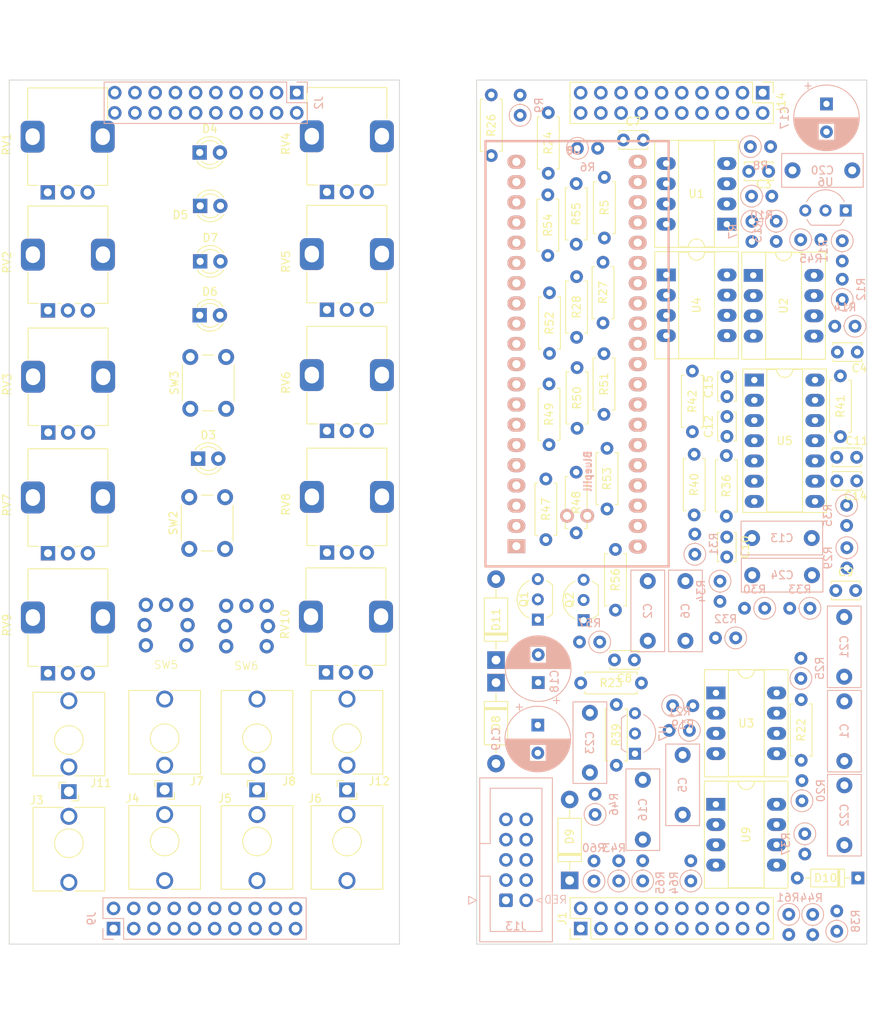
<source format=kicad_pcb>
(kicad_pcb (version 20240108) (generator "pcbnew") (generator_version "8.0")
  (layers (0 "F.Cu" signal) (31 "B.Cu" signal) (34 "B.Paste" user) (35 "F.Paste" user) (36 "B.SilkS" user "B.Silkscreen") (37 "F.SilkS" user "F.Silkscreen") (38 "B.Mask" user) (39 "F.Mask" user) (44 "Edge.Cuts" user))
  (net 0 "")
  (net 1 "-12V")
  (net 2 "+12V")
  (net 3 "GND")
  (net 4 "+3V3")
  (net 5 "Net-(U2A--)")
  (net 6 "/Inputs/CV1")
  (net 7 "Net-(U2B--)")
  (net 8 "/Inputs/CV2")
  (net 9 "/Inputs/CV3")
  (net 10 "Net-(U4A--)")
  (net 11 "/Inputs/CV4")
  (net 12 "Net-(U4B--)")
  (net 13 "Net-(C9-Pad1)")
  (net 14 "Net-(C10-Pad1)")
  (net 15 "Net-(U5C-+)")
  (net 16 "Net-(U5B-+)")
  (net 17 "Net-(U5D--)")
  (net 18 "Net-(U5A--)")
  (net 19 "/-10V_REF")
  (net 20 "/Output/-3V6_REF")
  (net 21 "+5V")
  (net 22 "GND1")
  (net 23 "/Front PCB/LED_SALIDA_1")
  (net 24 "/Front PCB/LED_SALIDA_2")
  (net 25 "/Front PCB/LED1")
  (net 26 "/Front PCB/LED2")
  (net 27 "/Front PCB/LED3")
  (net 28 "/Front PCB/LED4")
  (net 29 "/Front PCB/LED5")
  (net 30 "Net-(D8-A)")
  (net 31 "Net-(D9-K)")
  (net 32 "/CV1_POT")
  (net 33 "/CV2_POT")
  (net 34 "/CV4_POT")
  (net 35 "/TRIG_2")
  (net 36 "/TRIG_1")
  (net 37 "/CV3_POT")
  (net 38 "/LED2")
  (net 39 "/OUT2")
  (net 40 "/SW_DUAL")
  (net 41 "/SW_TRIG2")
  (net 42 "/LED5")
  (net 43 "/LED1")
  (net 44 "/SW_TRIG1")
  (net 45 "/SW_MODE")
  (net 46 "/LED3")
  (net 47 "/LED_SALIDA_1")
  (net 48 "/LED_SALIDA_2")
  (net 49 "/OUT1")
  (net 50 "/LED4")
  (net 51 "/Front PCB/CV1_JACK")
  (net 52 "/Front PCB/CV2_JACK")
  (net 53 "/Front PCB/CV3_JACK")
  (net 54 "/Front PCB/CV4_JACK")
  (net 55 "/Front PCB/TRIG_1")
  (net 56 "/Front PCB/TRIG_2")
  (net 57 "/Front PCB/-10V_REF")
  (net 58 "/Front PCB/CV2_POT")
  (net 59 "/Front PCB/CV4_POT")
  (net 60 "/Front PCB/CV4_ATVPOT")
  (net 61 "/Front PCB/CV3_POT")
  (net 62 "/Front PCB/CV1_POT")
  (net 63 "/Front PCB/CV3_ATVPOT")
  (net 64 "/Front PCB/CV2_ATVPOT")
  (net 65 "/Front PCB/CV1_ATVPOT")
  (net 66 "/Front PCB/SW_TRIG2")
  (net 67 "/Front PCB/OUT2")
  (net 68 "/Front PCB/SW_DUAL")
  (net 69 "/Front PCB/SW_TRIG1")
  (net 70 "/Front PCB/OUT1")
  (net 71 "/Front PCB/SW_MODE")
  (net 74 "Net-(Q1-B)")
  (net 75 "/Processor/STM_TRIG_1")
  (net 76 "Net-(Q2-B)")
  (net 77 "/Processor/STM_TRIG_2")
  (net 78 "Net-(U1A--)")
  (net 79 "Net-(U1B--)")
  (net 80 "Net-(R7-Pad2)")
  (net 81 "Net-(R11-Pad1)")
  (net 82 "Net-(U3A--)")
  (net 83 "Net-(U3B--)")
  (net 84 "Net-(R21-Pad2)")
  (net 85 "Net-(R22-Pad2)")
  (net 86 "/Output/CH1_PWM1")
  (net 87 "/Output/CH1_PWM2")
  (net 88 "Net-(R30-Pad1)")
  (net 89 "/Output/CH2_PWM1")
  (net 90 "Net-(R32-Pad1)")
  (net 91 "/Output/CH2_PWM2")
  (net 92 "Net-(U5C--)")
  (net 93 "Net-(U5B--)")
  (net 94 "Net-(U8-PA4)")
  (net 95 "Net-(U8-PA5_SCK1)")
  (net 96 "Net-(U8-PA6_MISO1)")
  (net 97 "Net-(U8-PA7_MOSI1)")
  (net 98 "Net-(U8-PB0)")
  (net 99 "Net-(U8-PB1)")
  (net 100 "Net-(U8-PB10_SCL2)")
  (net 117 "/Front PCB/PRE_ATV_OUT2")
  (net 118 "/Front PCB/OUT2_ATVPOT")
  (net 119 "/Front PCB/PRE_ATV_OUT1")
  (net 120 "/Front PCB/OUT1_ATVPOT")
  (net 121 "Net-(R43-Pad2)")
  (net 122 "Net-(R44-Pad2)")
  (net 123 "Net-(U9B--)")
  (net 124 "Net-(U9A--)")
  (footprint "Resistor_THT:R_Axial_DIN0207_L6.3mm_D2.5mm_P7.62mm_Horizontal" (layer "F.Cu") (at 104.62 68.81 90)
    (property "Reference" "R28" (at 3.81 0 90) (layer "F.SilkS"))
    (property "Value" "33k")
    (pad "1" thru_hole circle (at 0 0 90) (size 1.6 1.6) (drill 0.8) (layers "*.Cu" "*.Mask") (net 12 "Net-(U4B--)"))
    (pad "2" thru_hole oval (at 7.62 0 90) (size 1.6 1.6) (drill 0.8) (layers "*.Cu" "*.Mask") (net 11 "/Inputs/CV4"))
  )
  (footprint "Library:Potentiometer_Alps_RK09K_Single_Vertical" (layer "F.Cu") (at 73.27 65.35 90)
    (property "Reference" "RV5" (at 6.05 -5.15 90) (layer "F.SilkS"))
    (property "Value" "B100k")
    (pad "1" thru_hole rect (at 0 0 90) (size 1.8 1.8) (drill 1) (layers "*.Cu" "*.Mask") (net 22 "GND1"))
    (pad "2" thru_hole circle (at 0 2.5 90) (size 1.8 1.8) (drill 1) (layers "*.Cu" "*.Mask") (net 64 "/Front PCB/CV2_ATVPOT"))
    (pad "3" thru_hole circle (at 0 5 90) (size 1.8 1.8) (drill 1) (layers "*.Cu" "*.Mask") (net 52 "/Front PCB/CV2_JACK"))
    (pad "MP" thru_hole roundrect (at 7 -1.9 90) (size 4 3) (drill oval 2.1 1.8) (layers "*.Cu" "*.Mask"))
    (pad "MP" thru_hole roundrect (at 7 6.9 90) (size 4 3) (drill oval 2.1 1.8) (layers "*.Cu" "*.Mask"))
  )
  (footprint "Library:Potentiometer_Alps_RK09K_Single_Vertical" (layer "F.Cu") (at 73.27 50.56 90)
    (property "Reference" "RV4" (at 6.05 -5.15 90) (layer "F.SilkS"))
    (property "Value" "B100k")
    (pad "1" thru_hole rect (at 0 0 90) (size 1.8 1.8) (drill 1) (layers "*.Cu" "*.Mask") (net 22 "GND1"))
    (pad "2" thru_hole circle (at 0 2.5 90) (size 1.8 1.8) (drill 1) (layers "*.Cu" "*.Mask") (net 65 "/Front PCB/CV1_ATVPOT"))
    (pad "3" thru_hole circle (at 0 5 90) (size 1.8 1.8) (drill 1) (layers "*.Cu" "*.Mask") (net 51 "/Front PCB/CV1_JACK"))
    (pad "MP" thru_hole roundrect (at 7 -1.9 90) (size 4 3) (drill oval 2.1 1.8) (layers "*.Cu" "*.Mask"))
    (pad "MP" thru_hole roundrect (at 7 6.9 90) (size 4 3) (drill oval 2.1 1.8) (layers "*.Cu" "*.Mask"))
  )
  (footprint "Resistor_THT:R_Axial_DIN0207_L6.3mm_D2.5mm_P7.62mm_Horizontal" (layer "F.Cu") (at 137.75 73.65 -90)
    (property "Reference" "R41" (at 3.81 0 90) (layer "F.SilkS"))
    (property "Value" "33k")
    (pad "1" thru_hole circle (at 0 0 270) (size 1.6 1.6) (drill 0.8) (layers "*.Cu" "*.Mask") (net 3 "GND"))
    (pad "2" thru_hole oval (at 7.62 0 270) (size 1.6 1.6) (drill 0.8) (layers "*.Cu" "*.Mask") (net 17 "Net-(U5D--)"))
  )
  (footprint "Capacitor_THT:C_Disc_D3.4mm_W2.1mm_P2.50mm" (layer "F.Cu") (at 137.29 83.87)
    (property "Reference" "C11" (at 2.55 -2.07 360) (layer "F.SilkS"))
    (property "Value" "4.7n")
    (pad "1" thru_hole circle (at 0 0) (size 1.6 1.6) (drill 0.8) (layers "*.Cu" "*.Mask") (net 15 "Net-(U5C-+)"))
    (pad "2" thru_hole circle (at 2.5 0) (size 1.6 1.6) (drill 0.8) (layers "*.Cu" "*.Mask") (net 3 "GND"))
  )
  (footprint "Resistor_THT:R_Axial_DIN0207_L6.3mm_D2.5mm_P7.62mm_Horizontal" (layer "F.Cu") (at 101.22 70.83 90)
    (property "Reference" "R52" (at 3.81 0 90) (layer "F.SilkS"))
    (property "Value" "2k")
    (pad "1" thru_hole circle (at 0 0 90) (size 1.6 1.6) (drill 0.8) (layers "*.Cu" "*.Mask") (net 47 "/LED_SALIDA_1"))
    (pad "2" thru_hole oval (at 7.62 0 90) (size 1.6 1.6) (drill 0.8) (layers "*.Cu" "*.Mask") (net 99 "Net-(U8-PB1)"))
  )
  (footprint "Capacitor_THT:C_Disc_D3.4mm_W2.1mm_P2.50mm" (layer "F.Cu") (at 139.87 70.66 180)
    (property "Reference" "C4" (at -0.27 -2.02 360) (layer "F.SilkS"))
    (property "Value" "150pf")
    (pad "1" thru_hole circle (at 0 0 180) (size 1.6 1.6) (drill 0.8) (layers "*.Cu" "*.Mask") (net 7 "Net-(U2B--)"))
    (pad "2" thru_hole circle (at 2.5 0 180) (size 1.6 1.6) (drill 0.8) (layers "*.Cu" "*.Mask") (net 8 "/Inputs/CV2"))
  )
  (footprint "Capacitor_THT:C_Disc_D3.4mm_W2.1mm_P2.50mm" (layer "F.Cu") (at 123.5 76.25 90)
    (property "Reference" "C15" (at 1.25 -2.3 90) (layer "F.SilkS"))
    (property "Value" "150pf")
    (pad "1" thru_hole circle (at 0 0 90) (size 1.6 1.6) (drill 0.8) (layers "*.Cu" "*.Mask") (net 18 "Net-(U5A--)"))
    (pad "2" thru_hole circle (at 2.5 0 90) (size 1.6 1.6) (drill 0.8) (layers "*.Cu" "*.Mask") (net 3 "GND"))
  )
  (footprint "Library:ML6-H2T2GQA" (layer "F.Cu") (at 63.16 105.06)
    (property "Reference" "SW6" (at 0 5 0) (layer "F.SilkS") (effects (font (thickness 0.1))))
    (property "Value" "SW_ML6")
    (pad "1" thru_hole circle (at -2.54 2.54) (size 1.8 1.8) (drill 1) (layers "*.Cu" "*.Mask") (net 66 "/Front PCB/SW_TRIG2"))
    (pad "2" thru_hole circle (at 2.54 2.54) (size 1.8 1.8) (drill 1) (layers "*.Cu" "*.Mask") (net 66 "/Front PCB/SW_TRIG2"))
    (pad "3" thru_hole circle (at -2.54 -2.54) (size 1.8 1.8) (drill 1) (layers "*.Cu" "*.Mask") (net 22 "GND1"))
    (pad "4" thru_hole circle (at 2.54 -2.54) (size 1.8 1.8) (drill 1) (layers "*.Cu" "*.Mask") (net 22 "GND1"))
    (pad "EH" thru_hole circle (at 0 -2.54) (size 1.8 1.8) (drill 1) (layers "*.Cu" "*.Mask"))
    (pad "L1" thru_hole circle (at -2.7 0) (size 1.8 1.8) (drill 1) (layers "*.Cu" "*.Mask") (net 24 "/Front PCB/LED_SALIDA_2"))
    (pad "L2" thru_hole circle (at 2.7 0) (size 1.8 1.8) (drill 1) (layers "*.Cu" "*.Mask") (net 22 "GND1"))
  )
  (footprint "LED_THT:LED_D3.0mm" (layer "F.Cu") (at 57.35 59.27)
    (property "Reference" "D7" (at 1.27 -2.96 0) (layer "F.SilkS"))
    (property "Value" "LED")
    (pad "1" thru_hole rect (at 0 0) (size 1.8 1.8) (drill 0.9) (layers "*.Cu" "*.Mask") (net 22 "GND1"))
    (pad "2" thru_hole circle (at 2.54 0) (size 1.8 1.8) (drill 0.9) (layers "*.Cu" "*.Mask") (net 29 "/Front PCB/LED5"))
  )
  (footprint "Diode_THT:D_DO-41_SOD81_P10.16mm_Horizontal" (layer "F.Cu") (at 94.5 109.33 90)
    (property "Reference" "D11" (at 5.08 0 90) (layer "F.SilkS"))
    (property "Value" "1N5817")
    (pad "1" thru_hole rect (at 0 0 90) (size 2.2 2.2) (drill 1.1) (layers "*.Cu" "*.Mask") (net 2 "+12V"))
    (pad "2" thru_hole oval (at 10.16 0 90) (size 2.2 2.2) (drill 1.1) (layers "*.Cu" "*.Mask") (net 21 "+5V"))
  )
  (footprint "Resistor_THT:R_Axial_DIN0207_L6.3mm_D2.5mm_P7.62mm_Horizontal" (layer "F.Cu") (at 101.16 82.28 90)
    (property "Reference" "R49" (at 3.81 0 90) (layer "F.SilkS"))
    (property "Value" "2k")
    (pad "1" thru_hole circle (at 0 0 90) (size 1.6 1.6) (drill 0.8) (layers "*.Cu" "*.Mask") (net 50 "/LED4"))
    (pad "2" thru_hole oval (at 7.62 0 90) (size 1.6 1.6) (drill 0.8) (layers "*.Cu" "*.Mask") (net 96 "Net-(U8-PA6_MISO1)"))
  )
  (footprint "Resistor_THT:R_Axial_DIN0207_L6.3mm_D2.5mm_P7.62mm_Horizontal" (layer "F.Cu") (at 108.06 78.48 90)
    (property "Reference" "R51" (at 3.81 0 90) (layer "F.SilkS"))
    (property "Value" "2k")
    (pad "1" thru_hole circle (at 0 0 90) (size 1.6 1.6) (drill 0.8) (layers "*.Cu" "*.Mask") (net 48 "/LED_SALIDA_2"))
    (pad "2" thru_hole oval (at 7.62 0 90) (size 1.6 1.6) (drill 0.8) (layers "*.Cu" "*.Mask") (net 98 "Net-(U8-PB0)"))
  )
  (footprint "Library:Jack_3.5mm_QingPu_WQP-PJ398SM_Vertical_CircularHoles_3D" (layer "F.Cu") (at 40.86 125.85 180)
    (property "Reference" "J11" (at -4.03 1.08 0) (layer "F.SilkS"))
    (property "Value" "out1")
    (pad "S" thru_hole rect (at 0 0) (size 1.93 1.83) (drill 1.22) (layers "*.Cu" "*.Mask") (net 22 "GND1"))
    (pad "T" thru_hole circle (at 0 11.4) (size 2.13 2.13) (drill 1.43) (layers "*.Cu" "*.Mask") (net 70 "/Front PCB/OUT1"))
    (pad "TN" thru_hole circle (at 0 3.1) (size 2.13 2.13) (drill 1.42) (layers "*.Cu" "*.Mask"))
  )
  (footprint "Library:Potentiometer_Alps_RK09K_Single_Vertical_DSHAFT" (layer "F.Cu") (at 38.24 95.92 90)
    (property "Reference" "RV7" (at 6.05 -5.15 90) (layer "F.SilkS"))
    (property "Value" "B10k")
    (pad "1" thru_hole rect (at 0 0 90) (size 1.8 1.8) (drill 1) (layers "*.Cu" "*.Mask") (net 22 "GND1"))
    (pad "2" thru_hole circle (at 0 2.5 90) (size 1.8 1.8) (drill 1) (layers "*.Cu" "*.Mask") (net 59 "/Front PCB/CV4_POT"))
    (pad "3" thru_hole circle (at 0 5 90) (size 1.8 1.8) (drill 1) (layers "*.Cu" "*.Mask") (net 57 "/Front PCB/-10V_REF"))
    (pad "MP" thru_hole roundrect (at 7 -1.9 90) (size 4 3) (drill oval 2.1 1.8) (layers "*.Cu" "*.Mask"))
    (pad "MP" thru_hole roundrect (at 7 6.9 90) (size 4 3) (drill oval 2.1 1.8) (layers "*.Cu" "*.Mask"))
  )
  (footprint "Library:Jack_3.5mm_QingPu_WQP-PJ398SM_Vertical_CircularHoles_3D" (layer "F.Cu") (at 52.89 125.63 180)
    (property "Reference" "J7" (at -4.03 1.08 0) (layer "F.SilkS"))
    (property "Value" "in1")
    (pad "S" thru_hole rect (at 0 0) (size 1.93 1.83) (drill 1.22) (layers "*.Cu" "*.Mask") (net 22 "GND1"))
    (pad "T" thru_hole circle (at 0 11.4) (size 2.13 2.13) (drill 1.43) (layers "*.Cu" "*.Mask") (net 55 "/Front PCB/TRIG_1"))
    (pad "TN" thru_hole circle (at 0 3.1) (size 2.13 2.13) (drill 1.42) (layers "*.Cu" "*.Mask") (net 22 "GND1"))
  )
  (footprint "LED_THT:LED_D3.0mm" (layer "F.Cu") (at 57.29 66.04)
    (property "Reference" "D6" (at 1.27 -2.96 0) (layer "F.SilkS"))
    (property "Value" "LED")
    (pad "1" thru_hole rect (at 0 0) (size 1.8 1.8) (drill 0.9) (layers "*.Cu" "*.Mask") (net 22 "GND1"))
    (pad "2" thru_hole circle (at 2.54 0) (size 1.8 1.8) (drill 0.9) (layers "*.Cu" "*.Mask") (net 28 "/Front PCB/LED4"))
  )
  (footprint "Resistor_THT:R_Axial_DIN0207_L6.3mm_D2.5mm_P7.62mm_Horizontal" (layer "F.Cu") (at 108.11 56.33 90)
    (property "Reference" "R5" (at 3.81 0 90) (layer "F.SilkS"))
    (property "Value" "100k")
    (pad "1" thru_hole circle (at 0 0 90) (size 1.6 1.6) (drill 0.8) (layers "*.Cu" "*.Mask") (net 3 "GND"))
    (pad "2" thru_hole oval (at 7.62 0 90) (size 1.6 1.6) (drill 0.8) (layers "*.Cu" "*.Mask") (net 78 "Net-(U1A--)"))
  )
  (footprint "Library:Potentiometer_Alps_RK09K_Single_Vertical" (layer "F.Cu") (at 73.27 80.55 90)
    (property "Reference" "RV6" (at 6.05 -5.15 90) (layer "F.SilkS"))
    (property "Value" "B100k")
    (pad "1" thru_hole rect (at 0 0 90) (size 1.8 1.8) (drill 1) (layers "*.Cu" "*.Mask") (net 22 "GND1"))
    (pad "2" thru_hole circle (at 0 2.5 90) (size 1.8 1.8) (drill 1) (layers "*.Cu" "*.Mask") (net 63 "/Front PCB/CV3_ATVPOT"))
    (pad "3" thru_hole circle (at 0 5 90) (size 1.8 1.8) (drill 1) (layers "*.Cu" "*.Mask") (net 53 "/Front PCB/CV3_JACK"))
    (pad "MP" thru_hole roundrect (at 7 -1.9 90) (size 4 3) (drill oval 2.1 1.8) (layers "*.Cu" "*.Mask"))
    (pad "MP" thru_hole roundrect (at 7 6.9 90) (size 4 3) (drill oval 2.1 1.8) (layers "*.Cu" "*.Mask"))
  )
  (footprint "Resistor_THT:R_Axial_DIN0207_L6.3mm_D2.5mm_P7.62mm_Horizontal" (layer "F.Cu") (at 108.44 90.36 90)
    (property "Reference" "R53" (at 3.81 0 90) (layer "F.SilkS"))
    (property "Value" "2k")
    (pad "1" thru_hole circle (at 0 0 90) (size 1.6 1.6) (drill 0.8) (layers "*.Cu" "*.Mask") (net 43 "/LED1"))
    (pad "2" thru_hole oval (at 7.62 0 90) (size 1.6 1.6) (drill 0.8) (layers "*.Cu" "*.Mask") (net 100 "Net-(U8-PB10_SCL2)"))
  )
  (footprint "Library:Potentiometer_Alps_RK09K_Single_Vertical" (layer "F.Cu") (at 38.24 110.99 90)
    (property "Reference" "RV9" (at 6.05 -5.15 90) (layer "F.SilkS"))
    (property "Value" "B100k")
    (pad "1" thru_hole rect (at 0 0 90) (size 1.8 1.8) (drill 1) (layers "*.Cu" "*.Mask") (net 22 "GND1"))
    (pad "2" thru_hole circle (at 0 2.5 90) (size 1.8 1.8) (drill 1) (layers "*.Cu" "*.Mask") (net 120 "/Front PCB/OUT1_ATVPOT"))
    (pad "3" thru_hole circle (at 0 5 90) (size 1.8 1.8) (drill 1) (layers "*.Cu" "*.Mask") (net 119 "/Front PCB/PRE_ATV_OUT1"))
    (pad "MP" thru_hole roundrect (at 7 -1.9 90) (size 4 3) (drill oval 2.1 1.8) (layers "*.Cu" "*.Mask"))
    (pad "MP" thru_hole roundrect (at 7 6.9 90) (size 4 3) (drill oval 2.1 1.8) (layers "*.Cu" "*.Mask"))
  )
  (footprint "LED_THT:LED_D3.0mm" (layer "F.Cu") (at 57.09 84.04)
    (property "Reference" "D3" (at 1.27 -2.96 0) (layer "F.SilkS"))
    (property "Value" "LED")
    (pad "1" thru_hole rect (at 0 0) (size 1.8 1.8) (drill 0.9) (layers "*.Cu" "*.Mask") (net 22 "GND1"))
    (pad "2" thru_hole circle (at 2.54 0) (size 1.8 1.8) (drill 0.9) (layers "*.Cu" "*.Mask") (net 25 "/Front PCB/LED1"))
  )
  (footprint "Resistor_THT:R_Axial_DIN0207_L6.3mm_D2.5mm_P7.62mm_Horizontal" (layer "F.Cu") (at 107.94 67 90)
    (property "Reference" "R27" (at 3.81 0 90) (layer "F.SilkS"))
    (property "Value" "33k")
    (pad "1" thru_hole circle (at 0 0 90) (size 1.6 1.6) (drill 0.8) (layers "*.Cu" "*.Mask") (net 10 "Net-(U4A--)"))
    (pad "2" thru_hole oval (at 7.62 0 90) (size 1.6 1.6) (drill 0.8) (layers "*.Cu" "*.Mask") (net 9 "/Inputs/CV3"))
  )
  (footprint "Capacitor_THT:C_Disc_D3.4mm_W2.1mm_P2.50mm" (layer "F.Cu") (at 123.5 81.25 90)
    (property "Reference" "C12" (at 1.25 -2.3 90) (layer "F.SilkS"))
    (property "Value" "4.7n")
    (pad "1" thru_hole circle (at 0 0 90) (size 1.6 1.6) (drill 0.8) (layers "*.Cu" "*.Mask") (net 16 "Net-(U5B-+)"))
    (pad "2" thru_hole circle (at 2.5 0 90) (size 1.6 1.6) (drill 0.8) (layers "*.Cu" "*.Mask") (net 3 "GND"))
  )
  (footprint "Capacitor_THT:C_Disc_D3.4mm_W2.1mm_P2.50mm" (layer "F.Cu") (at 139.8 86.83 180)
    (property "Reference" "C14" (at 0.14 -1.9 360) (layer "F.SilkS"))
    (property "Value" "150pf")
    (pad "1" thru_hole circle (at 0 0 180) (size 1.6 1.6) (drill 0.8) (layers "*.Cu" "*.Mask") (net 17 "Net-(U5D--)"))
    (pad "2" thru_hole circle (at 2.5 0 180) (size 1.6 1.6) (drill 0.8) (layers "*.Cu" "*.Mask") (net 3 "GND"))
  )
  (footprint "Package_TO_SOT_THT:TO-92_Inline_Wide" (layer "F.Cu") (at 105.5 104.33 90)
    (property "Reference" "Q2" (at 2.54 -1.75 90) (layer "F.SilkS"))
    (property "Value" "2N3904")
    (pad "1" thru_hole rect (at 0 0 90) (size 1.5 1.5) (drill 0.8) (layers "*.Cu" "*.Mask") (net 3 "GND"))
    (pad "2" thru_hole circle (at 2.54 0 90) (size 1.5 1.5) (drill 0.8) (layers "*.Cu" "*.Mask") (net 76 "Net-(Q2-B)"))
    (pad "3" thru_hole circle (at 5.08 0 90) (size 1.5 1.5) (drill 0.8) (layers "*.Cu" "*.Mask") (net 77 "/Processor/STM_TRIG_2"))
  )
  (footprint "Library:Potentiometer_Alps_RK09K_Single_Vertical" (layer "F.Cu") (at 73.28 95.84 90)
    (property "Reference" "RV8" (at 6.05 -5.15 90) (layer "F.SilkS"))
    (property "Value" "B100k")
    (pad "1" thru_hole rect (at 0 0 90) (size 1.8 1.8) (drill 1) (layers "*.Cu" "*.Mask") (net 22 "GND1"))
    (pad "2" thru_hole circle (at 0 2.5 90) (size 1.8 1.8) (drill 1) (layers "*.Cu" "*.Mask") (net 60 "/Front PCB/CV4_ATVPOT"))
    (pad "3" thru_hole circle (at 0 5 90) (size 1.8 1.8) (drill 1) (layers "*.Cu" "*.Mask") (net 54 "/Front PCB/CV4_JACK"))
    (pad "MP" thru_hole roundrect (at 7 -1.9 90) (size 4 3) (drill oval 2.1 1.8) (layers "*.Cu" "*.Mask"))
    (pad "MP" thru_hole roundrect (at 7 6.9 90) (size 4 3) (drill oval 2.1 1.8) (layers "*.Cu" "*.Mask"))
  )
  (footprint "Capacitor_THT:C_Disc_D3.4mm_W2.1mm_P2.50mm" (layer "F.Cu") (at 123.48 93.89 -90)
    (property "Reference" "C10" (at 1.25 -2.3 90) (layer "F.SilkS"))
    (property "Value" "4.7n")
    (pad "1" thru_hole circle (at 0 0 270) (size 1.6 1.6) (drill 0.8) (layers "*.Cu" "*.Mask") (net 14 "Net-(C10-Pad1)"))
    (pad "2" thru_hole circle (at 2.5 0 270) (size 1.6 1.6) (drill 0.8) (layers "*.Cu" "*.Mask") (net 3 "GND"))
  )
  (footprint "Resistor_THT:R_Axial_DIN0207_L6.3mm_D2.5mm_P7.62mm_Horizontal" (layer "F.Cu") (at 93.91 38.37 -90)
    (property "Reference" "R26" (at 3.81 0 90) (layer "F.SilkS"))
    (property "Value" "100k")
    (pad "1" thru_hole circle (at 0 0 270) (size 1.6 1.6) (drill 0.8) (layers "*.Cu" "*.Mask") (net 34 "/CV4_POT"))
    (pad "2" thru_hole oval (at 7.62 0 270) (size 1.6 1.6) (drill 0.8) (layers "*.Cu" "*.Mask") (net 12 "Net-(U4B--)"))
  )
  (footprint "Library:Potentiometer_Alps_RK09K_Single_Vertical" (layer "F.Cu") (at 73.16 110.88 90)
    (property "Reference" "RV10" (at 6.05 -5.15 90) (layer "F.SilkS"))
    (property "Value" "B100k")
    (pad "1" thru_hole rect (at 0 0 90) (size 1.8 1.8) (drill 1) (layers "*.Cu" "*.Mask") (net 22 "GND1"))
    (pad "2" thru_hole circle (at 0 2.5 90) (size 1.8 1.8) (drill 1) (layers "*.Cu" "*.Mask") (net 118 "/Front PCB/OUT2_ATVPOT"))
    (pad "3" thru_hole circle (at 0 5 90) (size 1.8 1.8) (drill 1) (layers "*.Cu" "*.Mask") (net 117 "/Front PCB/PRE_ATV_OUT2"))
    (pad "MP" thru_hole roundrect (at 7 -1.9 90) (size 4 3) (drill oval 2.1 1.8) (layers "*.Cu" "*.Mask"))
    (pad "MP" thru_hole roundrect (at 7 6.9 90) (size 4 3) (drill oval 2.1 1.8) (layers "*.Cu" "*.Mask"))
  )
  (footprint "Resistor_THT:R_Axial_DIN0207_L6.3mm_D2.5mm_P7.62mm_Horizontal" (layer "F.Cu") (at 123.43 83.65 -90)
    (property "Reference" "R36" (at 3.81 0 90) (layer "F.SilkS"))
    (property "Value" "1k5")
    (pad "1" thru_hole circle (at 0 0 270) (size 1.6 1.6) (drill 0.8) (layers "*.Cu" "*.Mask") (net 16 "Net-(U5B-+)"))
    (pad "2" thru_hole oval (at 7.62 0 270) (size 1.6 1.6) (drill 0.8) (layers "*.Cu" "*.Mask") (net 14 "Net-(C10-Pad1)"))
  )
  (footprint "Library:Potentiometer_Alps_RK09K_Single_Vertical_DSHAFT" (layer "F.Cu") (at 38.21 50.61 90)
    (property "Reference" "RV1" (at 6.05 -5.15 90) (layer "F.SilkS"))
    (property "Value" "B10k")
    (pad "1" thru_hole rect (at 0 0 90) (size 1.8 1.8) (drill 1) (layers "*.Cu" "*.Mask") (net 22 "GND1"))
    (pad "2" thru_hole circle (at 0 2.5 90) (size 1.8 1.8) (drill 1) (layers "*.Cu" "*.Mask") (net 62 "/Front PCB/CV1_POT"))
    (pad "3" thru_hole circle (at 0 5 90) (size 1.8 1.8) (drill 1) (layers "*.Cu" "*.Mask") (net 57 "/Front PCB/-10V_REF"))
    (pad "MP" thru_hole roundrect (at 7 -1.9 90) (size 4 3) (drill oval 2.1 1.8) (layers "*.Cu" "*.Mask"))
    (pad "MP" thru_hole roundrect (at 7 6.9 90) (size 4 3) (drill oval 2.1 1.8) (layers "*.Cu" "*.Mask"))
  )
  (footprint "Diode_THT:D_DO-41_SOD81_P10.16mm_Horizontal" (layer "F.Cu") (at 94.5 112.17 -90)
    (property "Reference" "D8" (at 5.08 0 90) (layer "F.SilkS"))
    (property "Value" "1N5817")
    (pad "1" thru_hole rect (at 0 0 270) (size 2.2 2.2) (drill 1.1) (layers "*.Cu" "*.Mask") (net 2 "+12V"))
    (pad "2" thru_hole oval (at 10.16 0 270) (size 2.2 2.2) (drill 1.1) (layers "*.Cu" "*.Mask") (net 30 "Net-(D8-A)"))
  )
  (footprint "Library:Jack_3.5mm_QingPu_WQP-PJ398SM_Vertical_CircularHoles_3D" (layer "F.Cu") (at 64.49 125.63 180)
    (property "Reference" "J8" (at -4.03 1.08 0) (layer "F.SilkS"))
    (property "Value" "in2")
    (pad "S" thru_hole rect (at 0 0) (size 1.93 1.83) (drill 1.22) (layers "*.Cu" "*.Mask") (net 22 "GND1"))
    (pad "T" thru_hole circle (at 0 11.4) (size 2.13 2.13) (drill 1.43) (layers "*.Cu" "*.Mask") (net 56 "/Front PCB/TRIG_2"))
    (pad "TN" thru_hole circle (at 0 3.1) (size 2.13 2.13) (drill 1.42) (layers "*.Cu" "*.Mask") (net 22 "GND1"))
  )
  (footprint "Connector_PinHeader_2.54mm:PinHeader_2x10_P2.54mm_Vertical" (layer "F.Cu") (at 105.14 143.04 90)
    (property "Reference" "J1" (at 1.27 -2.33 90) (layer "F.SilkS"))
    (property "Value" "Pins_02x10_P2.54mm_TH")
    (pad "1" thru_hole rect (at 0 0 90) (size 1.7 1.7) (drill 1) (layers "*.Cu" "*.Mask") (net 3 "GND"))
    (pad "2" thru_hole oval (at 2.54 0 90) (size 1.7 1.7) (drill 1) (layers "*.Cu" "*.Mask") (net 3 "GND"))
    (pad "3" thru_hole oval (at 0 2.54 90) (size 1.7 1.7) (drill 1) (layers "*.Cu" "*.Mask") (net 3 "GND"))
    (pad "4" thru_hole oval (at 2.54 2.54 90) (size 1.7 1.7) (drill 1) (layers "*.Cu" "*.Mask") (net 3 "GND"))
    (pad "5" thru_hole oval (at 0 5.08 90) (size 1.7 1.7) (drill 1) (layers "*.Cu" "*.Mask") (net 47 "/LED_SALIDA_1"))
    (pad "6" thru_hole oval (at 2.54 5.08 90) (size 1.7 1.7) (drill 1) (layers "*.Cu" "*.Mask") (net 40 "/SW_DUAL"))
    (pad "7" thru_hole oval (at 0 7.62 90) (size 1.7 1.7) (drill 1) (layers "*.Cu" "*.Mask") (net 48 "/LED_SALIDA_2"))
    (pad "8" thru_hole oval (at 2.54 7.62 90) (size 1.7 1.7) (drill 1) (layers "*.Cu" "*.Mask") (net 45 "/SW_MODE"))
    (pad "9" thru_hole oval (at 0 10.16 90) (size 1.7 1.7) (drill 1) (layers "*.Cu" "*.Mask") (net 43 "/LED1"))
    (pad "10" thru_hole oval (at 2.54 10.16 90) (size 1.7 1.7) (drill 1) (layers "*.Cu" "*.Mask") (net 44 "/SW_TRIG1"))
    (pad "11" thru_hole oval (at 0 12.7 90) (size 1.7 1.7) (drill 1) (layers "*.Cu" "*.Mask") (net 38 "/LED2"))
    (pad "12" thru_hole oval (at 2.54 12.7 90) (size 1.7 1.7) (drill 1) (layers "*.Cu" "*.Mask") (net 41 "/SW_TRIG2"))
    (pad "13" thru_hole oval (at 0 15.24 90) (size 1.7 1.7) (drill 1) (layers "*.Cu" "*.Mask") (net 46 "/LED3"))
    (pad "14" thru_hole oval (at 2.54 15.24 90) (size 1.7 1.7) (drill 1) (layers "*.Cu" "*.Mask") (net 3 "GND"))
    (pad "15" thru_hole oval (at 0 17.78 90) (size 1.7 1.7) (drill 1) (layers "*.Cu" "*.Mask") (net 50 "/LED4"))
    (pad "16" thru_hole oval (at 2.54 17.78 90) (size 1.7 1.7) (drill 1) (layers "*.Cu" "*.Mask") (net 3 "GND"))
    (pad "17" thru_hole oval (at 0 20.32 90) (size 1.7 1.7) (drill 1) (layers "*.Cu" "*.Mask") (net 42 "/LED5"))
    (pad "18" thru_hole oval (at 2.54 20.32 90) (size 1.7 1.7) (drill 1) (layers "*.Cu" "*.Mask") (net 49 "/OUT1"))
    (pad "19" thru_hole oval (at 0 22.86 90) (size 1.7 1.7) (drill 1) (layers "*.Cu" "*.Mask") (net 3 "GND"))
    (pad "20" thru_hole oval (at 2.54 22.86 90) (size 1.7 1.7) (drill 1) (layers "*.Cu" "*.Mask") (net 39 "/OUT2"))
  )
  (footprint "Package_DIP:CERDIP-8_W7.62mm_SideBrazed_LongPads_Socket" (layer "F.Cu") (at 126.81 61.03)
    (property "Reference" "U2" (at 3.81 3.81 90) (layer "F.SilkS"))
    (property "Value" "MCP6002-I-P")
    (pad "1" thru_hole rect (at 0 0) (size 2.4 1.6) (drill 0.8) (layers "*.Cu" "*.Mask") (net 6 "/Inputs/CV1"))
    (pad "2" thru_hole oval (at 0 2.54) (size 2.4 1.6) (drill 0.8) (layers "*.Cu" "*.Mask") (net 5 "Net-(U2A--)"))
    (pad "3" thru_hole oval (at 0 5.08) (size 2.4 1.6) (drill 0.8) (layers "*.Cu" "*.Mask") (net 3 "GND"))
    (pad "4" thru_hole oval (at 0 7.62) (size 2.4 1.6) (drill 0.8) (layers "*.Cu" "*.Mask") (net 3 "GND"))
    (pad "5" thru_hole oval (at 7.62 7.62) (size 2.4 1.6) (drill 0.8) (layers "*.Cu" "*.Mask") (net 3 "GND"))
    (pad "6" thru_hole oval (at 7.62 5.08) (size 2.4 1.6) (drill 0.8) (layers "*.Cu" "*.Mask") (net 7 "Net-(U2B--)"))
    (pad "7" thru_hole oval (at 7.62 2.54) (size 2.4 1.6) (drill 0.8) (layers "*.Cu" "*.Mask") (net 8 "/Inputs/CV2"))
    (pad "8" thru_hole oval (at 7.62 0) (size 2.4 1.6) (drill 0.8) (layers "*.Cu" "*.Mask") (net 4 "+3V3"))
  )
  (footprint "Library:Jack_3.5mm_QingPu_WQP-PJ398SM_Vertical_CircularHoles_3D" (layer "F.Cu") (at 52.89 125.63)
    (property "Reference" "J4" (at -4.03 1.08 0) (layer "F.SilkS"))
    (property "Value" "CV2")
    (pad "S" thru_hole rect (at 0 0 180) (size 1.93 1.83) (drill 1.22) (layers "*.Cu" "*.Mask") (net 22 "GND1"))
    (pad "T" thru_hole circle (at 0 11.4 180) (size 2.13 2.13) (drill 1.43) (layers "*.Cu" "*.Mask") (net 52 "/Front PCB/CV2_JACK"))
    (pad "TN" thru_hole circle (at 0 3.1 180) (size 2.13 2.13) (drill 1.42) (layers "*.Cu" "*.Mask") (net 22 "GND1"))
  )
  (footprint "Resistor_THT:R_Axial_DIN0207_L6.3mm_D2.5mm_P7.62mm_Horizontal" (layer "F.Cu") (at 119.16 73.04 -90)
    (property "Reference" "R42" (at 3.81 0 90) (layer "F.SilkS"))
    (property "Value" "33k")
    (pad "1" thru_hole circle (at 0 0 270) (size 1.6 1.6) (drill 0.8) (layers "*.Cu" "*.Mask") (net 3 "GND"))
    (pad "2" thru_hole oval (at 7.62 0 270) (size 1.6 1.6) (drill 0.8) (layers "*.Cu" "*.Mask") (net 18 "Net-(U5A--)"))
  )
  (footprint "Package_TO_SOT_THT:TO-92_Inline_Wide" (layer "F.Cu") (at 99.75 104.25 90)
    (property "Reference" "Q1" (at 2.54 -1.75 90) (layer "F.SilkS"))
    (property "Value" "2N3904")
    (pad "1" thru_hole rect (at 0 0 90) (size 1.5 1.5) (drill 0.8) (layers "*.Cu" "*.Mask") (net 3 "GND"))
    (pad "2" thru_hole circle (at 2.54 0 90) (size 1.5 1.5) (drill 0.8) (layers "*.Cu" "*.Mask") (net 74 "Net-(Q1-B)"))
    (pad "3" thru_hole circle (at 5.08 0 90) (size 1.5 1.5) (drill 0.8) (layers "*.Cu" "*.Mask") (net 75 "/Processor/STM_TRIG_1"))
  )
  (footprint "Library:Jack_3.5mm_QingPu_WQP-PJ398SM_Vertical_CircularHoles_3D" (layer "F.Cu") (at 75.79 125.63)
    (property "Reference" "J6" (at -4.03 1.08 0) (layer "F.SilkS"))
    (property "Value" "CV4")
    (pad "S" thru_hole rect (at 0 0 180) (size 1.93 1.83) (drill 1.22) (layers "*.Cu" "*.Mask") (net 22 "GND1"))
    (pad "T" thru_hole circle (at 0 11.4 180) (size 2.13 2.13) (drill 1.43) (layers "*.Cu" "*.Mask") (net 54 "/Front PCB/CV4_JACK"))
    (pad "TN" thru_hole circle (at 0 3.1 180) (size 2.13 2.13) (drill 1.42) (layers "*.Cu" "*.Mask") (net 22 "GND1"))
  )
  (footprint "Resistor_THT:R_Axial_DIN0207_L6.3mm_D2.5mm_P7.62mm_Horizontal" (layer "F.Cu") (at 109.5 95.44 -90)
    (property "Reference" "R56" (at 3.81 0 90) (layer "F.SilkS"))
    (property "Value" "100k")
    (pad "1" thru_hole circle (at 0 0 270) (size 1.6 1.6) (drill 0.8) (layers "*.Cu" "*.Mask") (net 36 "/TRIG_1"))
    (pad "2" thru_hole oval (at 7.62 0 270) (size 1.6 1.6) (drill 0.8) (layers "*.Cu" "*.Mask") (net 74 "Net-(Q1-B)"))
  )
  (footprint "Library:Jack_3.5mm_QingPu_WQP-PJ398SM_Vertical_CircularHoles_3D" (layer "F.Cu") (at 64.49 125.63)
    (property "Reference" "J5" (at -4.03 1.08 0) (layer "F.SilkS"))
    (property "Value" "CV3")
    (pad "S" thru_hole rect (at 0 0 180) (size 1.93 1.83) (drill 1.22) (layers "*.Cu" "*.Mask") (net 22 "GND1"))
    (pad "T" thru_hole circle (at 0 11.4 180) (size 2.13 2.13) (drill 1.43) (layers "*.Cu" "*.Mask") (net 53 "/Front PCB/CV3_JACK"))
    (pad "TN" thru_hole circle (at 0 3.1 180) (size 2.13 2.13) (drill 1.42) (layers "*.Cu" "*.Mask") (net 22 "GND1"))
  )
  (footprint "Capacitor_THT:C_Disc_D3.4mm_W2.1mm_P2.50mm" (layer "F.Cu") (at 110.5 44.02)
    (property "Reference" "C7" (at 1.25 -2.3 360) (layer "F.SilkS"))
    (property "Value" "150pf")
    (pad "1" thru_hole circle (at 0 0) (size 1.6 1.6) (drill 0.8) (layers "*.Cu" "*.Mask") (net 10 "Net-(U4A--)"))
    (pad "2" thru_hole circle (at 2.5 0) (size 1.6 1.6) (drill 0.8) (layers "*.Cu" "*.Mask") (net 9 "/Inputs/CV3"))
  )
  (footprint "Package_DIP:CERDIP-8_W7.62mm_SideBrazed_LongPads_Socket" (layer "F.Cu") (at 122.12 113.46)
    (property "Reference" "U3" (at 3.81 3.81 0) (layer "F.SilkS"))
    (property "Value" "TL072CP")
    (pad "1" thru_hole rect (at 0 0) (size 2.4 1.6) (drill 0.8) (layers "*.Cu" "*.Mask") (net 84 "Net-(R21-Pad2)"))
    (pad "2" thru_hole oval (at 0 2.54) (size 2.4 1.6) (drill 0.8) (layers "*.Cu" "*.Mask") (net 82 "Net-(U3A--)"))
    (pad "3" thru_hole oval (at 0 5.08) (size 2.4 1.6) (drill 0.8) (layers "*.Cu" "*.Mask") (net 3 "GND"))
    (pad "4" thru_hole oval (at 0 7.62) (size 2.4 1.6) (drill 0.8) (layers "*.Cu" "*.Mask") (net 1 "-12V"))
    (pad "5" thru_hole oval (at 7.62 7.62) (size 2.4 1.6) (drill 0.8) (layers "*.Cu" "*.Mask") (net 3 "GND"))
    (pad "6" thru_hole oval (at 7.62 5.08) (size 2.4 1.6) (drill 0.8) (layers "*.Cu" "*.Mask") (net 83 "Net-(U3B--)"))
    (pad "7" thru_hole oval (at 7.62 2.54) (size 2.4 1.6) (drill 0.8) (layers "*.Cu" "*.Mask") (net 85 "Net-(R22-Pad2)"))
    (pad "8" thru_hole oval (at 7.62 0) (size 2.4 1.6) (drill 0.8) (layers "*.Cu" "*.Mask") (net 2 "+12V"))
  )
  (footprint "Package_DIP:DIP-14_W7.62mm_Socket_LongPads" (layer "F.Cu") (at 126.94 74.17)
    (property "Reference" "U5" (at 3.8 7.625 0) (layer "F.SilkS"))
    (property "Value" "TL074")
    (pad "1" thru_hole rect (at 0 0) (size 2.4 1.6) (drill 0.8) (layers "*.Cu" "*.Mask") (net 3 "GND"))
    (pad "2" thru_hole oval (at 0 2.54) (size 2.4 1.6) (drill 0.8) (layers "*.Cu" "*.Mask") (net 18 "Net-(U5A--)"))
    (pad "3" thru_hole oval (at 0 5.08) (size 2.4 1.6) (drill 0.8) (layers "*.Cu" "*.Mask") (net 3 "GND"))
    (pad "4" thru_hole oval (at 0 7.62) (size 2.4 1.6) (drill 0.8) (layers "*.Cu" "*.Mask") (net 2 "+12V"))
    (pad "5" thru_hole oval (at 0 10.16) (size 2.4 1.6) (drill 0.8) (layers "*.Cu" "*.Mask") (net 16 "Net-(U5B-+)"))
    (pad "6" thru_hole oval (at 0 12.7) (size 2.4 1.6) (drill 0.8) (layers "*.Cu" "*.Mask") (net 93 "Net-(U5B--)"))
    (pad "7" thru_hole oval (at 0 15.24) (size 2.4 1.6) (drill 0.8) (layers "*.Cu" "*.Mask") (net 93 "Net-(U5B--)"))
    (pad "8" thru_hole oval (at 7.62 15.24) (size 2.4 1.6) (drill 0.8) (layers "*.Cu" "*.Mask") (net 92 "Net-(U5C--)"))
    (pad "9" thru_hole oval (at 7.62 12.7) (size 2.4 1.6) (drill 0.8) (layers "*.Cu" "*.Mask") (net 92 "Net-(U5C--)"))
    (pad "10" thru_hole oval (at 7.62 10.16) (size 2.4 1.6) (drill 0.8) (layers "*.Cu" "*.Mask") (net 15 "Net-(U5C-+)"))
    (pad "11" thru_hole oval (at 7.62 7.62) (size 2.4 1.6) (drill 0.8) (layers "*.Cu" "*.Mask") (net 1 "-12V"))
    (pad "12" thru_hole oval (at 7.62 5.08) (size 2.4 1.6) (drill 0.8) (layers "*.Cu" "*.Mask") (net 3 "GND"))
    (pad "13" thru_hole oval (at 7.62 2.54) (size 2.4 1.6) (drill 0.8) (layers "*.Cu" "*.Mask") (net 17 "Net-(U5D--)"))
    (pad "14" thru_hole oval (at 7.62 0) (size 2.4 1.6) (drill 0.8) (layers "*.Cu" "*.Mask") (net 3 "GND"))
  )
  (footprint "Library:Potentiometer_Alps_RK09K_Single_Vertical_DSHAFT" (layer "F.Cu") (at 38.24 65.43 90)
    (property "Reference" "RV2" (at 6.05 -5.15 90) (layer "F.SilkS"))
    (property "Value" "B10k")
    (pad "1" thru_hole rect (at 0 0 90) (size 1.8 1.8) (drill 1) (layers "*.Cu" "*.Mask") (net 22 "GND1"))
    (pad "2" thru_hole circle (at 0 2.5 90) (size 1.8 1.8) (drill 1) (layers "*.Cu" "*.Mask") (net 58 "/Front PCB/CV2_POT"))
    (pad "3" thru_hole circle (at 0 5 90) (size 1.8 1.8) (drill 1) (layers "*.Cu" "*.Mask") (net 57 "/Front PCB/-10V_REF"))
    (pad "MP" thru_hole roundrect (at 7 -1.9 90) (size 4 3) (drill oval 2.1 1.8) (layers "*.Cu" "*.Mask"))
    (pad "MP" thru_hole roundrect (at 7 6.9 90) (size 4 3) (drill oval 2.1 1.8) (layers "*.Cu" "*.Mask"))
  )
  (footprint "Package_DIP:CERDIP-8_W7.62mm_SideBrazed_LongPads_Socket" (layer "F.Cu") (at 123.48 54.6 180)
    (property "Reference" "U1" (at 3.81 3.81 0) (layer "F.SilkS"))
    (property "Value" "TL072CP")
    (pad "1" thru_hole rect (at 0 0 180) (size 2.4 1.6) (drill 0.8) (layers "*.Cu" "*.Mask") (net 80 "Net-(R7-Pad2)"))
    (pad "2" thru_hole oval (at 0 2.54 180) (size 2.4 1.6) (drill 0.8) (layers "*.Cu" "*.Mask") (net 78 "Net-(U1A--)"))
    (pad "3" thru_hole oval (at 0 5.08 180) (size 2.4 1.6) (drill 0.8) (layers "*.Cu" "*.Mask") (net 3 "GND"))
    (pad "4" thru_hole oval (at 0 7.62 180) (size 2.4 1.6) (drill 0.8) (layers "*.Cu" "*.Mask") (net 1 "-12V"))
    (pad "5" thru_hole oval (at 7.62 7.62 180) (size 2.4 1.6) (drill 0.8) (layers "*.Cu" "*.Mask") (net 3 "GND"))
    (pad "6" thru_hole oval (at 7.62 5.08 180) (size 2.4 1.6) (drill 0.8) (layers "*.Cu" "*.Mask") (net 79 "Net-(U1B--)"))
    (pad "7" thru_hole oval (at 7.62 2.54 180) (size 2.4 1.6) (drill 0.8) (layers "*.Cu" "*.Mask") (net 81 "Net-(R11-Pad1)"))
    (pad "8" thru_hole oval (at 7.62 0 180) (size 2.4 1.6) (drill 0.8) (layers "*.Cu" "*.Mask") (net 2 "+12V"))
  )
  (footprint "Library:Jack_3.5mm_QingPu_WQP-PJ398SM_Vertical_CircularHoles_3D" (layer "F.Cu") (at 75.79 125.63 180)
    (property "Reference" "J12" (at -4.03 1.08 0) (layer "F.SilkS"))
    (property "Value" "out2")
    (pad "S" thru_hole rect (at 0 0) (size 1.93 1.83) (drill 1.22) (layers "*.Cu" "*.Mask") (net 22 "GND1"))
    (pad "T" thru_hole circle (at 0 11.4) (size 2.13 2.13) (drill 1.43) (layers "*.Cu" "*.Mask") (net 67 "/Front PCB/OUT2"))
    (pad "TN" thru_hole circle (at 0 3.1) (size 2.13 2.13) (drill 1.42) (layers "*.Cu" "*.Mask"))
  )
  (footprint "LED_THT:LED_D3.0mm" (layer "F.Cu") (at 57.35 52.3)
    (property "Reference" "D5" (at -2.49 1.14 0) (layer "F.SilkS"))
    (property "Value" "LED")
    (pad "1" thru_hole rect (at 0 0) (size 1.8 1.8) (drill 0.9) (layers "*.Cu" "*.Mask") (net 22 "GND1"))
    (pad "2" thru_hole circle (at 2.54 0) (size 1.8 1.8) (drill 0.9) (layers "*.Cu" "*.Mask") (net 27 "/Front PCB/LED3"))
  )
  (footprint "Library:ML6-H2T2GQA" (layer "F.Cu") (at 53.07 104.94)
    (property "Reference" "SW5" (at 0 5 0) (layer "F.SilkS") (effects (font (thickness 0.1))))
    (property "Value" "SW_ML6")
    (pad "1" thru_hole circle (at -2.54 2.54) (size 1.8 1.8) (drill 1) (layers "*.Cu" "*.Mask") (net 69 "/Front PCB/SW_TRIG1"))
    (pad "2" thru_hole circle (at 2.54 2.54) (size 1.8 1.8) (drill 1) (layers "*.Cu" "*.Mask") (net 69 "/Front PCB/SW_TRIG1"))
    (pad "3" thru_hole circle (at -2.54 -2.54) (size 1.8 1.8) (drill 1) (layers "*.Cu" "*.Mask") (net 22 "GND1"))
    (pad "4" thru_hole circle (at 2.54 -2.54) (size 1.8 1.8) (drill 1) (layers "*.Cu" "*.Mask") (net 22 "GND1"))
    (pad "EH" thru_hole circle (at 0 -2.54) (size 1.8 1.8) (drill 1) (layers "*.Cu" "*.Mask"))
    (pad "L1" thru_hole circle (at -2.7 0) (size 1.8 1.8) (drill 1) (layers "*.Cu" "*.Mask") (net 23 "/Front PCB/LED_SALIDA_1"))
    (pad "L2" thru_hole circle (at 2.7 0) (size 1.8 1.8) (drill 1) (layers "*.Cu" "*.Mask") (net 22 "GND1"))
  )
  (footprint "Diode_THT:D_DO-41_SOD81_P10.16mm_Horizontal" (layer "F.Cu") (at 103.75 137 90)
    (property "Reference" "D9" (at 5.5 0 90) (layer "F.SilkS"))
    (property "Value" "1N5817")
    (pad "1" thru_hole rect (at 0 0 90) (size 2.2 2.2) (drill 1.1) (layers "*.Cu" "*.Mask") (net 31 "Net-(D9-K)"))
    (pad "2" thru_hole oval (at 10.16 0 90) (size 2.2 2.2) (drill 1.1) (layers "*.Cu" "*.Mask") (net 1 "-12V"))
  )
  (footprint "LED_THT:LED_D3.0mm" (layer "F.Cu") (at 57.29 45.6)
    (property "Reference" "D4" (at 1.27 -2.96 0) (layer "F.SilkS"))
    (property "Value" "LED")
    (pad "1" thru_hole rect (at 0 0) (size 1.8 1.8) (drill 0.9) (layers "*.Cu" "*.Mask") (net 22 "GND1"))
    (pad "2" thru_hole circle (at 2.54 0) (size 1.8 1.8) (drill 0.9) (layers "*.Cu" "*.Mask") (net 26 "/Front PCB/LED2"))
  )
  (footprint "Capacitor_THT:C_Disc_D3.4mm_W2.1mm_P2.50mm" (layer "F.Cu") (at 137.17 100.6)
    (property "Reference" "C9" (at 1.25 -2.3 360) (layer "F.SilkS"))
    (property "Value" "4.7n")
    (pad "1" thru_hole circle (at 0 0) (size 1.6 1.6) (drill 0.8) (layers "*.Cu" "*.Mask") (net 13 "Net-(C9-Pad1)"))
    (pad "2" thru_hole circle (at 2.5 0) (size 1.6 1.6) (drill 0.8) (layers "*.Cu" "*.Mask") (net 3 "GND"))
  )
  (footprint "Library:Potentiometer_Alps_RK09K_Single_Vertical_DSHAFT" (layer "F.Cu") (at 38.27 80.76 90)
    (property "Reference" "RV3" (at 6.05 -5.15 90) (layer "F.SilkS"))
    (property "Value" "B10k")
    (pad "1" thru_hole rect (at 0 0 90) (size 1.8 1.8) (drill 1) (layers "*.Cu" "*.Mask") (net 22 "GND1"))
    (pad "2" thru_hole circle (at 0 2.5 90) (size 1.8 1.8) (drill 1) (layers "*.Cu" "*.Mask") (net 61 "/Front PCB/CV3_POT"))
    (pad "3" thru_hole circle (at 0 5 90) (size 1.8 1.8) (drill 1) (layers "*.Cu" "*.Mask") (net 57 "/Front PCB/-10V_REF"))
    (pad "MP" thru_hole roundrect (at 7 -1.9 90) (size 4 3) (drill oval 2.1 1.8) (layers "*.Cu" "*.Mask"))
    (pad "MP" thru_hole roundrect (at 7 6.9 90) (size 4 3) (drill oval 2.1 1.8) (layers "*.Cu" "*.Mask"))
  )
  (footprint "Resistor_THT:R_Axial_DIN0207_L6.3mm_D2.5mm_P7.62mm_Horizontal" (layer "F.Cu") (at 101.01 50.91 -90)
    (property "Reference" "R54" (at 3.81 0 90) (layer "F.SilkS"))
    (property "Value" "10k")
    (pad "1" thru_hole circle (at 0 0 270) (size 1.6 1.6) (drill 0.8) (layers "*.Cu" "*.Mask") (net 4 "+3V3"))
    (pad "2" thru_hole oval (at 7.62 0 270) (size 1.6 1.6) (drill 0.8) (layers "*.Cu" "*.Mask") (net 75 "/Processor/STM_TRIG_1"))
  )
  (footprint "Package_DIP:CERDIP-8_W7.62mm_SideBrazed_LongPads_Socket" (layer "F.Cu") (at 115.88 60.97)
    (property "Reference" "U4" (at 3.81 3.81 90) (layer "F.SilkS"))
    (property "Value" "MCP6002-I-P")
    (pad "1" thru_hole rect (at 0 0) (size 2.4 1.6) (drill 0.8) (layers "*.Cu" "*.Mask") (net 9 "/Inputs/CV3"))
    (pad "2" thru_hole oval (at 0 2.54) (size 2.4 1.6) (drill 0.8) (layers "*.Cu" "*.Mask") (net 10 "Net-(U4A--)"))
    (pad "3" thru_hole oval (at 0 5.08) (size 2.4 1.6) (drill 0.8) (layers "*.Cu" "*.Mask") (net 3 "GND"))
    (pad "4" thru_hole oval (at 0 7.62) (size 2.4 1.6) (drill 0.8) (layers "*.Cu" "*.Mask") (net 3 "GND"))
    (pad "5" thru_hole oval (at 7.62 7.62) (size 2.4 1.6) (drill 0.8) (layers "*.Cu" "*.Mask") (net 3 "GND"))
    (pad "6" thru_hole oval (at 7.62 5.08) (size 2.4 1.6) (drill 0.8) (layers "*.Cu" "*.Mask") (net 12 "Net-(U4B--)"))
    (pad "7" thru_hole oval (at 7.62 2.54) (size 2.4 1.6) (drill 0.8) (layers "*.Cu" "*.Mask") (net 11 "/Inputs/CV4"))
    (pad "8" thru_hole oval (at 7.62 0) (size 2.4 1.6) (drill 0.8) (layers "*.Cu" "*.Mask") (net 4 "+3V3"))
  )
  (footprint "Resistor_THT:R_Axial_DIN0207_L6.3mm_D2.5mm_P7.62mm_Horizontal" (layer "F.Cu") (at 104.57 49.5 -90)
    (property "Reference" "R55" (at 3.81 0 90) (layer "F.SilkS"))
    (property "Value" "10k")
    (pad "1" thru_hole circle (at 0 0 270) (size 1.6 1.6) (drill 0.8) (layers "*.Cu" "*.Mask") (net 4 "+3V3"))
    (pad "2" thru_hole oval (at 7.62 0 270) (size 1.6 1.6) (drill 0.8) (layers "*.Cu" "*.Mask") (net 77 "/Processor/STM_TRIG_2"))
  )
  (footprint "Resistor_THT:R_Axial_DIN0207_L6.3mm_D2.5mm_P7.62mm_Horizontal" (layer "F.Cu") (at 104.68 80.23 90)
    (property "Reference" "R50" (at 3.81 0 90) (layer "F.SilkS"))
    (property "Value" "2k")
    (pad "1" thru_hole circle (at 0 0 90) (size 1.6 1.6) (drill 0.8) (layers "*.Cu" "*.Mask") (net 42 "/LED5"))
    (pad "2" thru_hole oval (at 7.62 0 90) (size 1.6 1.6) (drill 0.8) (layers "*.Cu" "*.Mask") (net 97 "Net-(U8-PA7_MOSI1)"))
  )
  (footprint "Resistor_THT:R_Axial_DIN0207_L6.3mm_D2.5mm_P7.62mm_Horizontal" (layer "F.Cu") (at 112.76 112.21 180)
    (property "Reference" "R23" (at 3.81 0 360) (layer "F.SilkS"))
    (property "Value" "100k")
    (pad "1" thru_hole circle (at 0 0 180) (size 1.6 1.6) (drill 0.8) (layers "*.Cu" "*.Mask") (net 84 "Net-(R21-Pad2)"))
    (pad "2" thru_hole oval (at 7.62 0 180) (size 1.6 1.6) (drill 0.8) (layers "*.Cu" "*.Mask") (net 10 "Net-(U4A--)"))
  )
  (footprint "Diode_THT:D_DO-35_SOD27_P7.62mm_Horizontal" (layer "F.Cu") (at 139.95 136.7 180)
    (property "Reference" "D10" (at 4.06 0 360) (layer "F.SilkS"))
    (property "Value" "3.6")
    (pad "1" thru_hole rect (at 0 0 180) (size 1.6 1.6) (drill 0.8) (layers "*.Cu" "*.Mask") (net 3 "GND"))
    (pad "2" thru_hole oval (at 7.62 0 180) (size 1.6 1.6) (drill 0.8) (layers "*.Cu" "*.Mask") (net 20 "/Output/-3V6_REF"))
  )
  (footprint "Package_DIP:CERDIP-8_W7.62mm_SideBrazed_LongPads_Socket" (layer "F.Cu") (at 122.11 127.45)
    (property "Reference" "U9" (at 3.81 3.81 90) (layer "F.SilkS"))
    (property "Value" "TL072CP")
    (pad "1" thru_hole rect (at 0 0) (size 2.4 1.6) (drill 0.8) (layers "*.Cu" "*.Mask") (net 121 "Net-(R43-Pad2)"))
    (pad "2" thru_hole oval (at 0 2.54) (size 2.4 1.6) (drill 0.8) (layers "*.Cu" "*.Mask") (net 124 "Net-(U9A--)"))
    (pad "3" thru_hole oval (at 0 5.08) (size 2.4 1.6) (drill 0.8) (layers "*.Cu" "*.Mask") (net 3 "GND"))
    (pad "4" thru_hole oval (at 0 7.62) (size 2.4 1.6) (drill 0.8) (layers "*.Cu" "*.Mask") (net 1 "-12V"))
    (pad "5" thru_hole oval (at 7.62 7.62) (size 2.4 1.6) (drill 0.8) (layers "*.Cu" "*.Mask") (net 3 "GND"))
    (pad "6" thru_hole oval (at 7.62 5.08) (size 2.4 1.6) (drill 0.8) (layers "*.Cu" "*.Mask") (net 123 "Net-(U9B--)"))
    (pad "7" thru_hole oval (at 7.62 2.54) (size 2.4 1.6) (drill 0.8) (layers "*.Cu" "*.Mask") (net 122 "Net-(R44-Pad2)"))
    (pad "8" thru_hole oval (at 7.62 0) (size 2.4 1.6) (drill 0.8) (layers "*.Cu" "*.Mask") (net 2 "+12V"))
  )
  (footprint "Capacitor_THT:C_Disc_D3.4mm_W2.1mm_P2.50mm" (layer "F.Cu") (at 128.74 47.97 180)
    (property "Reference" "C3" (at 0.62 -1.62 360) (layer "F.SilkS"))
    (property "Value" "150pf")
    (pad "1" thru_hole circle (at 0 0 180) (size 1.6 1.6) (drill 0.8) (layers "*.Cu" "*.Mask") (net 5 "Net-(U2A--)"))
    (pad "2" thru_hole circle (at 2.5 0 180) (size 1.6 1.6) (drill 0.8) (layers "*.Cu" "*.Mask") (net 6 "/Inputs/CV1"))
  )
  (footprint "Connector_PinHeader_2.54mm:PinHeader_2x10_P2.54mm_Vertical" (layer "F.Cu") (at 127.99 38.095 -90)
    (property "Reference" "J14" (at 1.27 -2.33 90) (layer "F.SilkS"))
    (property "Value" "Pins_02x10_P2.54mm_TH")
    (pad "1" thru_hole rect (at 0 0 270) (size 1.7 1.7) (drill 1) (layers "*.Cu" "*.Mask") (net 3 "GND"))
    (pad "2" thru_hole oval (at 2.54 0 270) (size 1.7 1.7) (drill 1) (layers "*.Cu" "*.Mask") (net 3 "GND"))
    (pad "3" thru_hole oval (at 0 2.54 270) (size 1.7 1.7) (drill 1) (layers "*.Cu" "*.Mask") (net 3 "GND"))
    (pad "4" thru_hole oval (at 2.54 2.54 270) (size 1.7 1.7) (drill 1) (layers "*.Cu" "*.Mask") (net 19 "/-10V_REF"))
    (pad "5" thru_hole oval (at 0 5.08 270) (size 1.7 1.7) (drill 1) (layers "*.Cu" "*.Mask") (net 3 "GND"))
    (pad "6" thru_hole oval (at 2.54 5.08 270) (size 1.7 1.7) (drill 1) (layers "*.Cu" "*.Mask") (net 3 "GND"))
    (pad "7" thru_hole oval (at 0 7.62 270) (size 1.7 1.7) (drill 1) (layers "*.Cu" "*.Mask") (net 32 "/CV1_POT"))
    (pad "8" thru_hole oval (at 2.54 7.62 270) (size 1.7 1.7) (drill 1) (layers "*.Cu" "*.Mask") (net 36 "/TRIG_1"))
    (pad "9" thru_hole oval (at 0 10.16 270) (size 1.7 1.7) (drill 1) (layers "*.Cu" "*.Mask") (net 3 "GND"))
    (pad "10" thru_hole oval (at 2.54 10.16 270) (size 1.7 1.7) (drill 1) (layers "*.Cu" "*.Mask") (net 35 "/TRIG_2"))
    (pad "11" thru_hole oval (at 0 12.7 270) (size 1.7 1.7) (drill 1) (layers "*.Cu" "*.Mask") (net 3 "GND"))
    (pad "12" thru_hole oval (at 2.54 12.7 270) (size 1.7 1.7) (drill 1) (layers "*.Cu" "*.Mask") (net 34 "/CV4_POT"))
    (pad "13" thru_hole oval (at 0 15.24 270) (size 1.7 1.7) (drill 1) (layers "*.Cu" "*.Mask") (net 33 "/CV2_POT"))
    (pad "14" thru_hole oval (at 2.54 15.24 270) (size 1.7 1.7) (drill 1) (layers "*.Cu" "*.Mask") (net 3 "GND"))
    (pad "15" thru_hole oval (at 0 17.78 270) (size 1.7 1.7) (drill 1) (layers "*.Cu" "*.Mask") (net 3 "GND"))
    (pad "16" thru_hole oval (at 2.54 17.78 270) (size 1.7 1.7) (drill 1) (layers "*.Cu" "*.Mask") (net 3 "GND"))
    (pad "17" thru_hole oval (at 0 20.32 270) (size 1.7 1.7) (drill 1) (layers "*.Cu" "*.Mask") (net 3 "GND"))
    (pad "18" thru_hole oval (at 2.54 20.32 270) (size 1.7 1.7) (drill 1) (layers "*.Cu" "*.Mask") (net 37 "/CV3_POT"))
    (pad "19" thru_hole oval (at 0 22.86 270) (size 1.7 1.7) (drill 1) (layers "*.Cu" "*.Mask") (net 3 "GND"))
    (pad "20" thru_hole oval (at 2.54 22.86 270) (size 1.7 1.7) (drill 1) (layers "*.Cu" "*.Mask") (net 3 "GND"))
  )
  (footprint "Button_Switch_THT:SW_PUSH_6mm_H13mm" (layer "F.Cu") (at 55.98 95.38 90)
    (property "Reference" "SW2" (at 3.25 -2 90) (layer "F.SilkS"))
    (property "Value" "SW_Dual")
    (pad "1" thru_hole circle (at 0 0 180) (size 2 2) (drill 1.1) (layers "*.Cu" "*.Mask") (net 68 "/Front PCB/SW_DUAL"))
    (pad "1" thru_hole circle (at 6.5 0 180) (size 2 2) (drill 1.1) (layers "*.Cu" "*.Mask") (net 68 "/Front PCB/SW_DUAL"))
    (pad "2" thru_hole circle (at 0 4.5 180) (size 2 2) (drill 1.1) (layers "*.Cu" "*.Mask") (net 22 "GND1"))
    (pad "2" thru_hole circle (at 6.5 4.5 180) (size 2 2) (drill 1.1) (layers "*.Cu" "*.Mask") (net 22 "GND1"))
  )
  (footprint "Resistor_THT:R_Axial_DIN0207_L6.3mm_D2.5mm_P7.62mm_Horizontal" (layer "F.Cu") (at 100.76 94.21 90)
    (property "Reference" "R47" (at 3.81 0 90) (layer "F.SilkS"))
    (property "Value" "2k")
    (pad "1" thru_hole circle (at 0 0 90) (size 1.6 1.6) (drill 0.8) (layers "*.Cu" "*.Mask") (net 38 "/LED2"))
    (pad "2" thru_hole oval (at 7.62 0 90) (size 1.6 1.6) (drill 0.8) (layers "*.Cu" "*.Mask") (net 94 "Net-(U8-PA4)"))
  )
  (footprint "Library:Jack_3.5mm_QingPu_WQP-PJ398SM_Vertical_CircularHoles_3D" (layer "F.Cu") (at 40.86 125.85)
    (property "Reference" "J3" (at -4.03 1.08 0) (layer "F.SilkS"))
    (property "Value" "CV1")
    (pad "S" thru_hole rect (at 0 0 180) (size 1.93 1.83) (drill 1.22) (layers "*.Cu" "*.Mask") (net 22 "GND1"))
    (pad "T" thru_hole circle (at 0 11.4 180) (size 2.13 2.13) (drill 1.43) (layers "*.Cu" "*.Mask") (net 51 "/Front PCB/CV1_JACK"))
    (pad "TN" thru_hole circle (at 0 3.1 180) (size 2.13 2.13) (drill 1.42) (layers "*.Cu" "*.Mask") (net 22 "GND1"))
  )
  (footprint "Capacitor_THT:C_Disc_D3.4mm_W2.1mm_P2.50mm" (layer "F.Cu") (at 111.88 109.31 180)
    (property "Reference" "C8" (at 1.25 -2.3 360) (layer "F.SilkS"))
    (property "Value" "150pf")
    (pad "1" thru_hole circle (at 0 0 180) (size 1.6 1.6) (drill 0.8) (layers "*.Cu" "*.Mask") (net 12 "Net-(U4B--)"))
    (pad "2" thru_hole circle (at 2.5 0 180) (size 1.6 1.6) (drill 0.8) (layers "*.Cu" "*.Mask") (net 11 "/Inputs/CV4"))
  )
  (footprint "Button_Switch_THT:SW_PUSH_6mm_H13mm" (layer "F.Cu") (at 56.11 77.78 90)
    (property "Reference" "SW3" (at 3.25 -2 90) (layer "F.SilkS"))
    (property "Value" "SW_Mode")
    (pad "1" thru_hole circle (at 0 0 180) (size 2 2) (drill 1.1) (layers "*.Cu" "*.Mask") (net 71 "/Front PCB/SW_MODE"))
    (pad "1" thru_hole circle (at 6.5 0 180) (size 2 2) (drill 1.1) (layers "*.Cu" "*.Mask") (net 71 "/Front PCB/SW_MODE"))
    (pad "2" thru_hole circle (at 0 4.5 180) (size 2 2) (drill 1.1) (layers "*.Cu" "*.Mask") (net 22 "GND1"))
    (pad "2" thru_hole circle (at 6.5 4.5 180) (size 2 2) (drill 1.1) (layers "*.Cu" "*.Mask") (net 22 "GND1"))
  )
  (footprint "Resistor_THT:R_Axial_DIN0207_L6.3mm_D2.5mm_P7.62mm_Horizontal" (layer "F.Cu") (at 101.07 40.59 -90)
    (property "Reference" "R24" (at 3.81 0 90) (layer "F.SilkS"))
    (property "Value" "100k")
    (pad "1" thru_hole circle (at 0 0 270) (size 1.6 1.6) (drill 0.8) (layers "*.Cu" "*.Mask") (net 37 "/CV3_POT"))
    (pad "2" thru_hole oval (at 7.62 0 270) (size 1.6 1.6) (drill 0.8) (layers "*.Cu" "*.Mask") (net 10 "Net-(U4A--)"))
  )
  (footprint "Resistor_THT:R_Axial_DIN0207_L6.3mm_D2.5mm_P7.62mm_Horizontal" (layer "F.Cu") (at 132.83 121.92 90)
    (property "Reference" "R22" (at 3.81 0 90) (layer "F.SilkS"))
    (property "Value" "100k")
    (pad "1" thru_hole circle (at 0 0 90) (size 1.6 1.6) (drill 0.8) (layers "*.Cu" "*.Mask") (net 83 "Net-(U3B--)"))
    (pad "2" thru_hole oval (at 7.62 0 90) (size 1.6 1.6) (drill 0.8) (layers "*.Cu" "*.Mask") (net 85 "Net-(R22-Pad2)"))
  )
  (footprint "Resistor_THT:R_Axial_DIN0207_L6.3mm_D2.5mm_P7.62mm_Horizontal" (layer "F.Cu") (at 119.39 91.11 90)
    (property "Reference" "R40" (at 3.81 0 90) (layer "F.SilkS"))
    (property "Value" "6k8")
    (pad "1" thru_hole circle (at 0 0 90) (size 1.6 1.6) (drill 0.8) (layers "*.Cu" "*.Mask") (net 18 "Net-(U5A--)"))
    (pad "2" thru_hole oval (at 7.62 0 90) (size 1.6 1.6) (drill 0.8) (layers "*.Cu" "*.Mask") (net 93 "Net-(U5B--)"))
  )
  (footprint "Resistor_THT:R_Axial_DIN0207_L6.3mm_D2.5mm_P7.62mm_Horizontal" (layer "F.Cu") (at 104.57 93.36 90)
    (property "Reference" "R48" (at 3.81 0 90) (layer "F.SilkS"))
    (property "Value" "2k")
    (pad "1" thru_hole circle (at 0 0 90) (size 1.6 1.6) (drill 0.8) (layers "*.Cu" "*.Mask") (net 46 "/LED3"))
    (pad "2" thru_hole oval (at 7.62 0 90) (size 1.6 1.6) (drill 0.8) (layers "*.Cu" "*.Mask") (net 95 "Net-(U8-PA5_SCK1)"))
  )
  (footprint "Resistor_THT:R_Axial_DIN0207_L6.3mm_D2.5mm_P7.62mm_Horizontal" (layer "F.Cu") (at 109.61 122.54 90)
    (property "Reference" "R39" (at 3.81 0 90) (layer "F.SilkS"))
    (property "Value" "15k")
    (pad "1" thru_hole circle (at 0 0 90) (size 1.6 1.6) (drill 0.8) (layers "*.Cu" "*.Mask") (net 18 "Net-(U5A--)"))
    (pad "2" thru_hole oval (at 7.62 0 90) (size 1.6 1.6) (drill 0.8) (layers "*.Cu" "*.Mask") (net 20 "/Output/-3V6_REF"))
  )
  (footprint "Capacitor_THT:C_Rect_L10.0mm_W4.0mm_P7.50mm_MKS4" (layer "B.Cu") (at 138.25 122.01 90)
    (property "Reference" "C1" (at 3.75 0 90) (layer "B.SilkS") (effects (justify mirror)))
    (property "Value" "100n")
    (pad "1" thru_hole circle (at 0 0 90) (size 2 2) (drill 1) (layers "*.Cu" "*.Mask") (net 2 "+12V"))
    (pad "2" thru_hole circle (at 7.5 0 90) (size 2 2) (drill 1) (layers "*.Cu" "*.Mask") (net 1 "-12V"))
  )
  (footprint "Resistor_THT:R_Axial_DIN0207_L6.3mm_D2.5mm_P2.54mm_Vertical" (layer "B.Cu") (at 133.28 131.145 -90)
    (property "Reference" "R37" (at 1.27 2.37 90) (layer "B.SilkS") (effects (justify mirror)))
    (property "Value" "15k")
    (pad "1" thru_hole circle (at 0 0 270) (size 1.6 1.6) (drill 0.8) (layers "*.Cu" "*.Mask") (net 17 "Net-(U5D--)"))
    (pad "2" thru_hole oval (at 2.54 0 270) (size 1.6 1.6) (drill 0.8) (layers "*.Cu" "*.Mask") (net 20 "/Output/-3V6_REF"))
  )
  (footprint "Resistor_THT:R_Axial_DIN0207_L6.3mm_D2.5mm_P2.54mm_Vertical" (layer "B.Cu") (at 139.585 67.41 180)
    (property "Reference" "R14" (at 1.27 2.37 360) (layer "B.SilkS") (effects (justify mirror)))
    (property "Value" "33k")
    (pad "1" thru_hole circle (at 0 0 180) (size 1.6 1.6) (drill 0.8) (layers "*.Cu" "*.Mask") (net 7 "Net-(U2B--)"))
    (pad "2" thru_hole oval (at 2.54 0 180) (size 1.6 1.6) (drill 0.8) (layers "*.Cu" "*.Mask") (net 8 "/Inputs/CV2"))
  )
  (footprint "Resistor_THT:R_Axial_DIN0207_L6.3mm_D2.5mm_P2.54mm_Vertical" (layer "B.Cu") (at 118.785 118.16 180)
    (property "Reference" "R21" (at 1.27 2.37 360) (layer "B.SilkS") (effects (justify mirror)))
    (property "Value" "100k")
    (pad "1" thru_hole circle (at 0 0 180) (size 1.6 1.6) (drill 0.8) (layers "*.Cu" "*.Mask") (net 82 "Net-(U3A--)"))
    (pad "2" thru_hole oval (at 2.54 0 180) (size 1.6 1.6) (drill 0.8) (layers "*.Cu" "*.Mask") (net 84 "Net-(R21-Pad2)"))
  )
  (footprint "Resistor_THT:R_Axial_DIN0207_L6.3mm_D2.5mm_P2.54mm_Vertical" (layer "B.Cu") (at 132.76 56.55)
    (property "Reference" "R45" (at 1.27 2.37 360) (layer "B.SilkS") (effects (justify mirror)))
    (property "Value" "2k")
    (pad "1" thru_hole circle (at 0 0) (size 1.6 1.6) (drill 0.8) (layers "*.Cu" "*.Mask") (net 1 "-12V"))
    (pad "2" thru_hole oval (at 2.54 0) (size 1.6 1.6) (drill 0.8) (layers "*.Cu" "*.Mask") (net 19 "/-10V_REF"))
  )
  (footprint "Resistor_THT:R_Axial_DIN0207_L6.3mm_D2.5mm_P2.54mm_Vertical" (layer "B.Cu") (at 109.91 137.07 90)
    (property "Reference" "R43" (at 4.13 -0.54 0) (layer "B.SilkS") (effects (justify mirror)))
    (property "Value" "1k")
    (pad "1" thru_hole circle (at 0 0 90) (size 1.6 1.6) (drill 0.8) (layers "*.Cu" "*.Mask") (net 49 "/OUT1"))
    (pad "2" thru_hole oval (at 2.54 0 90) (size 1.6 1.6) (drill 0.8) (layers "*.Cu" "*.Mask") (net 121 "Net-(R43-Pad2)"))
  )
  (footprint "Capacitor_THT:CP_Radial_D8.0mm_P3.50mm" (layer "B.Cu") (at 136 39.5 -90)
    (property "Reference" "C17" (at 1.75 5.25 90) (layer "B.SilkS") (effects (justify mirror)))
    (property "Value" "10u")
    (pad "1" thru_hole rect (at 0 0 270) (size 1.6 1.6) (drill 0.8) (layers "*.Cu" "*.Mask") (net 19 "/-10V_REF"))
    (pad "2" thru_hole circle (at 3.5 0 270) (size 1.6 1.6) (drill 0.8) (layers "*.Cu" "*.Mask") (net 3 "GND"))
  )
  (footprint "Capacitor_THT:C_Rect_L10.0mm_W4.0mm_P7.50mm_MKS4" (layer "B.Cu") (at 112.94 131.87 90)
    (property "Reference" "C16" (at 3.75 0 90) (layer "B.SilkS") (effects (justify mirror)))
    (property "Value" "100n")
    (pad "1" thru_hole circle (at 0 0 90) (size 2 2) (drill 1) (layers "*.Cu" "*.Mask") (net 1 "-12V"))
    (pad "2" thru_hole circle (at 7.5 0 90) (size 2 2) (drill 1) (layers "*.Cu" "*.Mask") (net 3 "GND"))
  )
  (footprint "Resistor_THT:R_Axial_DIN0207_L6.3mm_D2.5mm_P2.54mm_Vertical" (layer "B.Cu") (at 137.98 56.685 -90)
    (property "Reference" "R11" (at 1.27 2.37 90) (layer "B.SilkS") (effects (justify mirror)))
    (property "Value" "100k")
    (pad "1" thru_hole circle (at 0 0 270) (size 1.6 1.6) (drill 0.8) (layers "*.Cu" "*.Mask") (net 81 "Net-(R11-Pad1)"))
    (pad "2" thru_hole oval (at 2.54 0 270) (size 1.6 1.6) (drill 0.8) (layers "*.Cu" "*.Mask") (net 7 "Net-(U2B--)"))
  )
  (footprint "Resistor_THT:R_Axial_DIN0207_L6.3mm_D2.5mm_P2.54mm_Vertical" (layer "B.Cu") (at 104.725 45.07)
    (property "Reference" "R6" (at 1.27 2.37 360) (layer "B.SilkS") (effects (justify mirror)))
    (property "Value" "100k")
    (pad "1" thru_hole circle (at 0 0) (size 1.6 1.6) (drill 0.8) (layers "*.Cu" "*.Mask") (net 3 "GND"))
    (pad "2" thru_hole oval (at 2.54 0) (size 1.6 1.6) (drill 0.8) (layers "*.Cu" "*.Mask") (net 79 "Net-(U1B--)"))
  )
  (footprint "Capacitor_THT:C_Rect_L10.0mm_W4.0mm_P7.50mm_MKS4" (layer "B.Cu") (at 117.94 121.25 -90)
    (property "Reference" "C5" (at 3.75 0 90) (layer "B.SilkS") (effects (justify mirror)))
    (property "Value" "100n")
    (pad "1" thru_hole circle (at 0 0 270) (size 2 2) (drill 1) (layers "*.Cu" "*.Mask") (net 2 "+12V"))
    (pad "2" thru_hole circle (at 7.5 0 270) (size 2 2) (drill 1) (layers "*.Cu" "*.Mask") (net 1 "-12V"))
  )
  (footprint "Resistor_THT:R_Axial_DIN0207_L6.3mm_D2.5mm_P2.54mm_Vertical" (layer "B.Cu") (at 116.685 115.06)
    (property "Reference" "R19" (at 1.27 2.37 360) (layer "B.SilkS") (effects (justify mirror)))
    (property "Value" "100k")
    (pad "1" thru_hole circle (at 0 0) (size 1.6 1.6) (drill 0.8) (layers "*.Cu" "*.Mask") (net 3 "GND"))
    (pad "2" thru_hole oval (at 2.54 0) (size 1.6 1.6) (drill 0.8) (layers "*.Cu" "*.Mask") (net 82 "Net-(U3A--)"))
  )
  (footprint "Package_TO_SOT_THT:TO-92_Inline_Wide" (layer "B.Cu") (at 138.42 52.88 180)
    (property "Reference" "U6" (at 2.54 3.56 360) (layer "B.SilkS") (effects (justify mirror)))
    (property "Value" "LM4040LP-10")
    (pad "1" thru_hole rect (at 0 0 180) (size 1.5 1.5) (drill 0.8) (layers "*.Cu" "*.Mask"))
    (pad "2" thru_hole circle (at 2.54 0 180) (size 1.5 1.5) (drill 0.8) (layers "*.Cu" "*.Mask") (net 3 "GND"))
    (pad "3" thru_hole circle (at 5.08 0 180) (size 1.5 1.5) (drill 0.8) (layers "*.Cu" "*.Mask") (net 19 "/-10V_REF"))
  )
  (footprint "Package_TO_SOT_THT:TO-92L_Inline_Wide" (layer "B.Cu") (at 111.95 121.09 90)
    (property "Reference" "U7" (at 2.54 3.56 90) (layer "B.SilkS") (effects (justify mirror)))
    (property "Value" "L78L05_TO92")
    (pad "1" thru_hole rect (at 0 0 90) (size 1.5 1.5) (drill 0.8) (layers "*.Cu" "*.Mask") (net 21 "+5V"))
    (pad "2" thru_hole circle (at 2.54 0 90) (size 1.5 1.5) (drill 0.8) (layers "*.Cu" "*.Mask") (net 3 "GND"))
    (pad "3" thru_hole circle (at 5.08 0 90) (size 1.5 1.5) (drill 0.8) (layers "*.Cu" "*.Mask") (net 2 "+12V"))
  )
  (footprint "Resistor_THT:R_Axial_DIN0207_L6.3mm_D2.5mm_P2.54mm_Vertical" (layer "B.Cu") (at 128.245 102.83 180)
    (property "Reference" "R30" (at 1.27 2.37 360) (layer "B.SilkS") (effects (justify mirror)))
    (property "Value" "180k")
    (pad "1" thru_hole circle (at 0 0 180) (size 1.6 1.6) (drill 0.8) (layers "*.Cu" "*.Mask") (net 88 "Net-(R30-Pad1)"))
    (pad "2" thru_hole oval (at 2.54 0 180) (size 1.6 1.6) (drill 0.8) (layers "*.Cu" "*.Mask") (net 87 "/Output/CH1_PWM2"))
  )
  (footprint "Resistor_THT:R_Axial_DIN0207_L6.3mm_D2.5mm_P2.54mm_Vertical" (layer "B.Cu") (at 106.94 128.72 90)
    (property "Reference" "R46" (at 1.27 2.37 -90) (layer "B.SilkS") (effects (justify mirror)))
    (property "Value" "10k")
    (pad "1" thru_hole circle (at 0 0 90) (size 1.6 1.6) (drill 0.8) (layers "*.Cu" "*.Mask") (net 20 "/Output/-3V6_REF"))
    (pad "2" thru_hole oval (at 2.54 0 90) (size 1.6 1.6) (drill 0.8) (layers "*.Cu" "*.Mask") (net 1 "-12V"))
  )
  (footprint "Capacitor_THT:CP_Radial_D8.0mm_P3.50mm" (layer "B.Cu") (at 99.75 117.5 -90)
    (property "Reference" "C19" (at 1.75 5.25 90) (layer "B.SilkS") (effects (justify mirror)))
    (property "Value" "10u")
    (pad "1" thru_hole rect (at 0 0 270) (size 1.6 1.6) (drill 0.8) (layers "*.Cu" "*.Mask") (net 3 "GND"))
    (pad "2" thru_hole circle (at 3.5 0 270) (size 1.6 1.6) (drill 0.8) (layers "*.Cu" "*.Mask") (net 1 "-12V"))
  )
  (footprint "Resistor_THT:R_Axial_DIN0207_L6.3mm_D2.5mm_P2.54mm_Vertical" (layer "B.Cu") (at 126.63 54.24 -90)
    (property "Reference" "R7" (at 1.27 2.37 90) (layer "B.SilkS") (effects (justify mirror)))
    (property "Value" "100k")
    (pad "1" thru_hole circle (at 0 0 270) (size 1.6 1.6) (drill 0.8) (layers "*.Cu" "*.Mask") (net 78 "Net-(U1A--)"))
    (pad "2" thru_hole oval (at 2.54 0 270) (size 1.6 1.6) (drill 0.8) (layers "*.Cu" "*.Mask") (net 80 "Net-(R7-Pad2)"))
  )
  (footprint "Capacitor_THT:C_Rect_L10.0mm_W4.0mm_P7.50mm_MKS4" (layer "B.Cu") (at 118.29 99.41 -90)
    (property "Reference" "C6" (at 3.75 0 90) (layer "B.SilkS") (effects (justify mirror)))
    (property "Value" "100n")
    (pad "1" thru_hole circle (at 0 0 270) (size 2 2) (drill 1) (layers "*.Cu" "*.Mask") (net 4 "+3V3"))
    (pad "2" thru_hole circle (at 7.5 0 270) (size 2 2) (drill 1) (layers "*.Cu" "*.Mask") (net 3 "GND"))
  )
  (footprint "Resistor_THT:R_Axial_DIN0207_L6.3mm_D2.5mm_P2.54mm_Vertical" (layer "B.Cu") (at 138.53 89.895 -90)
    (property "Reference" "R35" (at 1.27 2.37 90) (layer "B.SilkS") (effects (justify mirror)))
    (property "Value" "1k5")
    (pad "1" thru_hole circle (at 0 0 270) (size 1.6 1.6) (drill 0.8) (layers "*.Cu" "*.Mask") (net 15 "Net-(U5C-+)"))
    (pad "2" thru_hole oval (at 2.54 0 270) (size 1.6 1.6) (drill 0.8) (layers "*.Cu" "*.Mask") (net 13 "Net-(C9-Pad1)"))
  )
  (footprint "Resistor_THT:R_Axial_DIN0207_L6.3mm_D2.5mm_P2.54mm_Vertical" (layer "B.Cu") (at 126.445 44.86)
    (property "Reference" "R8" (at 1.27 2.37 360) (layer "B.SilkS") (effects (justify mirror)))
    (property "Value" "100k")
    (pad "1" thru_hole circle (at 0 0) (size 1.6 1.6) (drill 0.8) (layers "*.Cu" "*.Mask") (net 79 "Net-(U1B--)"))
    (pad "2" thru_hole oval (at 2.54 0) (size 1.6 1.6) (drill 0.8) (layers "*.Cu" "*.Mask") (net 81 "Net-(R11-Pad1)"))
  )
  (footprint "Connector_PinSocket_2.54mm:PinSocket_2x10_P2.54mm_Vertical" (layer "B.Cu") (at 69.48 38.08 90)
    (property "Reference" "J2" (at -1.27 2.77 90) (layer "B.SilkS") (effects (justify mirror)))
    (property "Value" "Pins_02x10_P2.54mm_TH")
    (pad "1" thru_hole rect (at 0 0 90) (size 1.7 1.7) (drill 1) (layers "*.Cu" "*.Mask") (net 3 "GND"))
    (pad "2" thru_hole oval (at -2.54 0 90) (size 1.7 1.7) (drill 1) (layers "*.Cu" "*.Mask") (net 3 "GND"))
    (pad "3" thru_hole oval (at 0 -2.54 90) (size 1.7 1.7) (drill 1) (layers "*.Cu" "*.Mask") (net 51 "/Front PCB/CV1_JACK"))
    (pad "4" thru_hole oval (at -2.54 -2.54 90) (size 1.7 1.7) (drill 1) (layers "*.Cu" "*.Mask") (net 57 "/Front PCB/-10V_REF"))
    (pad "5" thru_hole oval (at 0 -5.08 90) (size 1.7 1.7) (drill 1) (layers "*.Cu" "*.Mask") (net 65 "/Front PCB/CV1_ATVPOT"))
    (pad "6" thru_hole oval (at -2.54 -5.08 90) (size 1.7 1.7) (drill 1) (layers "*.Cu" "*.Mask") (net 3 "GND"))
    (pad "7" thru_hole oval (at 0 -7.62 90) (size 1.7 1.7) (drill 1) (layers "*.Cu" "*.Mask") (net 62 "/Front PCB/CV1_POT"))
    (pad "8" thru_hole oval (at -2.54 -7.62 90) (size 1.7 1.7) (drill 1) (layers "*.Cu" "*.Mask") (net 55 "/Front PCB/TRIG_1"))
    (pad "9" thru_hole oval (at 0 -10.16 90) (size 1.7 1.7) (drill 1) (layers "*.Cu" "*.Mask") (net 52 "/Front PCB/CV2_JACK"))
    (pad "10" thru_hole oval (at -2.54 -10.16 90) (size 1.7 1.7) (drill 1) (layers "*.Cu" "*.Mask") (net 56 "/Front PCB/TRIG_2"))
    (pad "11" thru_hole oval (at 0 -12.7 90) (size 1.7 1.7) (drill 1) (layers "*.Cu" "*.Mask") (net 64 "/Front PCB/CV2_ATVPOT"))
    (pad "12" thru_hole oval (at -2.54 -12.7 90) (size 1.7 1.7) (drill 1) (layers "*.Cu" "*.Mask") (net 59 "/Front PCB/CV4_POT"))
    (pad "13" thru_hole oval (at 0 -15.24 90) (size 1.7 1.7) (drill 1) (layers "*.Cu" "*.Mask") (net 58 "/Front PCB/CV2_POT"))
    (pad "14" thru_hole oval (at -2.54 -15.24 90) (size 1.7 1.7) (drill 1) (layers "*.Cu" "*.Mask") (net 60 "/Front PCB/CV4_ATVPOT"))
    (pad "15" thru_hole oval (at 0 -17.78 90) (size 1.7 1.7) (drill 1) (layers "*.Cu" "*.Mask") (net 53 "/Front PCB/CV3_JACK"))
    (pad "16" thru_hole oval (at -2.54 -17.78 90) (size 1.7 1.7) (drill 1) (layers "*.Cu" "*.Mask") (net 54 "/Front PCB/CV4_JACK"))
    (pad "17" thru_hole oval (at 0 -20.32 90) (size 1.7 1.7) (drill 1) (layers "*.Cu" "*.Mask") (net 63 "/Front PCB/CV3_ATVPOT"))
    (pad "18" thru_hole oval (at -2.54 -20.32 90) (size 1.7 1.7) (drill 1) (layers "*.Cu" "*.Mask") (net 61 "/Front PCB/CV3_POT"))
    (pad "19" thru_hole oval (at 0 -22.86 90) (size 1.7 1.7) (drill 1) (layers "*.Cu" "*.Mask") (net 3 "GND"))
    (pad "20" thru_hole oval (at -2.54 -22.86 90) (size 1.7 1.7) (drill 1) (layers "*.Cu" "*.Mask") (net 3 "GND"))
  )
  (footprint "Resistor_THT:R_Axial_DIN0207_L6.3mm_D2.5mm_P2.54mm_Vertical" (layer "B.Cu") (at 112.92 137.065 90)
    (property "Reference" "R65" (at -0.225 2.21 -90) (layer "B.SilkS") (effects (justify mirror)))
    (property "Value" "100k")
    (pad "1" thru_hole circle (at 0 0 90) (size 1.6 1.6) (drill 0.8) (layers "*.Cu" "*.Mask") (net 124 "Net-(U9A--)"))
    (pad "2" thru_hole oval (at 2.54 0 90) (size 1.6 1.6) (drill 0.8) (layers "*.Cu" "*.Mask") (net 121 "Net-(R43-Pad2)"))
  )
  (footprint "Capacitor_THT:C_Rect_L10.0mm_W4.0mm_P7.50mm_MKS4" (layer "B.Cu") (at 113.56 99.41 -90)
    (property "Reference" "C2" (at 3.75 0 90) (layer "B.SilkS") (effects (justify mirror)))
    (property "Value" "100n")
    (pad "1" thru_hole circle (at 0 0 270) (size 2 2) (drill 1) (layers "*.Cu" "*.Mask") (net 4 "+3V3"))
    (pad "2" thru_hole circle (at 7.5 0 270) (size 2 2) (drill 1) (layers "*.Cu" "*.Mask") (net 3 "GND"))
  )
  (footprint "Resistor_THT:R_Axial_DIN0207_L6.3mm_D2.5mm_P2.54mm_Vertical" (layer "B.Cu") (at 133.93 102.83 180)
    (property "Reference" "R33" (at 1.27 2.37 0) (layer "B.SilkS") (effects (justify mirror)))
    (property "Value" "12k")
    (pad "1" thru_hole circle (at 0 0 180) (size 1.6 1.6) (drill 0.8) (layers "*.Cu" "*.Mask") (net 13 "Net-(C9-Pad1)"))
    (pad "2" thru_hole oval (at 2.54 0 180) (size 1.6 1.6) (drill 0.8) (layers "*.Cu" "*.Mask") (net 88 "Net-(R30-Pad1)"))
  )
  (footprint "Resistor_THT:R_Axial_DIN0207_L6.3mm_D2.5mm_P2.54mm_Vertical" (layer "B.Cu") (at 132.79 111.635 90)
    (property "Reference" "R25" (at 1.27 2.37 90) (layer "B.SilkS") (effects (justify mirror)))
    (property "Value" "100k")
    (pad "1" thru_hole circle (at 0 0 90) (size 1.6 1.6) (drill 0.8) (layers "*.Cu" "*.Mask") (net 85 "Net-(R22-Pad2)"))
    (pad "2" thru_hole oval (at 2.54 0 90) (size 1.6 1.6) (drill 0.8) (layers "*.Cu" "*.Mask") (net 12 "Net-(U4B--)"))
  )
  (footprint "Resistor_THT:R_Axial_DIN0207_L6.3mm_D2.5mm_P2.54mm_Vertical" (layer "B.Cu") (at 134.27 141.275 -90)
    (property "Reference" "R44" (at -2.075 0.16 180) (layer "B.SilkS") (effects (justify mirror)))
    (property "Value" "1k")
    (pad "1" thru_hole circle (at 0 0 270) (size 1.6 1.6) (drill 0.8) (layers "*.Cu" "*.Mask") (net 39 "/OUT2"))
    (pad "2" thru_hole oval (at 2.54 0 270) (size 1.6 1.6) (drill 0.8) (layers "*.Cu" "*.Mask") (net 122 "Net-(R44-Pad2)"))
  )
  (footprint "Resistor_THT:R_Axial_DIN0207_L6.3mm_D2.5mm_P2.54mm_Vertical" (layer "B.Cu") (at 129.69 54.225 -90)
    (property "Reference" "R13" (at 1.27 2.37 90) (layer "B.SilkS") (effects (justify mirror)))
    (property "Value" "33k")
    (pad "1" thru_hole circle (at 0 0 270) (size 1.6 1.6) (drill 0.8) (layers "*.Cu" "*.Mask") (net 5 "Net-(U2A--)"))
    (pad "2" thru_hole oval (at 2.54 0 270) (size 1.6 1.6) (drill 0.8) (layers "*.Cu" "*.Mask") (net 6 "/Inputs/CV1"))
  )
  (footprint "Resistor_THT:R_Axial_DIN0207_L6.3mm_D2.5mm_P2.54mm_Vertical" (layer "B.Cu") (at 118.97 137.07 90)
    (property "Reference" "R64" (at -0.24 -2.11 -90) (layer "B.SilkS") (effects (justify mirror)))
    (property "Value" "100k")
    (pad "1" thru_hole circle (at 0 0 90) (size 1.6 1.6) (drill 0.8) (layers "*.Cu" "*.Mask") (net 3 "GND"))
    (pad "2" thru_hole oval (at 2.54 0 90) (size 1.6 1.6) (drill 0.8) (layers "*.Cu" "*.Mask") (net 124 "Net-(U9A--)"))
  )
  (footprint "Resistor_THT:R_Axial_DIN0207_L6.3mm_D2.5mm_P2.54mm_Vertical" (layer "B.Cu") (at 131.27 141.26 -90)
    (property "Reference" "R61" (at -2.11 0.1 180) (layer "B.SilkS") (effects (justify mirror)))
    (property "Value" "100k")
    (pad "1" thru_hole circle (at 0 0 270) (size 1.6 1.6) (drill 0.8) (layers "*.Cu" "*.Mask") (net 123 "Net-(U9B--)"))
    (pad "2" thru_hole oval (at 2.54 0 270) (size 1.6 1.6) (drill 0.8) (layers "*.Cu" "*.Mask") (net 122 "Net-(R44-Pad2)"))
  )
  (footprint "Resistor_THT:R_Axial_DIN0207_L6.3mm_D2.5mm_P2.54mm_Vertical" (layer "B.Cu") (at 138.56 95.225 -90)
    (property "Reference" "R29" (at 1.27 2.37 90) (layer "B.SilkS") (effects (justify mirror)))
    (property "Value" "1k5")
    (pad "1" thru_hole circle (at 0 0 270) (size 1.6 1.6) (drill 0.8) (layers "*.Cu" "*.Mask") (net 13 "Net-(C9-Pad1)"))
    (pad "2" thru_hole oval (at 2.54 0 270) (size 1.6 1.6) (drill 0.8) (layers "*.Cu" "*.Mask") (net 86 "/Output/CH1_PWM1"))
  )
  (footprint "Resistor_THT:R_Axial_DIN0207_L6.3mm_D2.5mm_P2.54mm_Vertical" (layer "B.Cu") (at 126.595 51.08)
    (property "Reference" "R10" (at 1.27 2.37 360) (layer "B.SilkS") (effects (justify mirror)))
    (property "Value" "100k")
    (pad "1" thru_hole circle (at 0 0) (size 1.6 1.6) (drill 0.8) (layers "*.Cu" "*.Mask") (net 32 "/CV1_POT"))
    (pad "2" thru_hole oval (at 2.54 0) (size 1.6 1.6) (drill 0.8) (layers "*.Cu" "*.Mask") (net 5 "Net-(U2A--)"))
  )
  (footprint "Resistor_THT:R_Axial_DIN0207_L6.3mm_D2.5mm_P2.54mm_Vertical" (layer "B.Cu") (at 106.81 137.095 90)
    (property "Reference" "R60" (at 4.165 -0.06 0) (layer "B.SilkS") (effects (justify mirror)))
    (property "Value" "100k")
    (pad "1" thru_hole circle (at 0 0 90) (size 1.6 1.6) (drill 0.8) (layers "*.Cu" "*.Mask") (net 3 "GND"))
    (pad "2" thru_hole oval (at 2.54 0 90) (size 1.6 1.6) (drill 0.8) (layers "*.Cu" "*.Mask") (net 123 "Net-(U9B--)"))
  )
  (footprint "Capacitor_THT:C_Rect_L10.0mm_W4.0mm_P7.50mm_MKS4" (layer "B.Cu") (at 131.74 47.84)
    (property "Reference" "C20" (at 3.75 0 360) (layer "B.SilkS") (effects (justify mirror)))
    (property "Value" "100n")
    (pad "1" thru_hole circle (at 0 0) (size 2 2) (drill 1) (layers "*.Cu" "*.Mask") (net 19 "/-10V_REF"))
    (pad "2" thru_hole circle (at 7.5 0) (size 2 2) (drill 1) (layers "*.Cu" "*.Mask") (net 3 "GND"))
  )
  (footprint "Resistor_THT:R_Axial_DIN0207_L6.3mm_D2.5mm_P2.54mm_Vertical" (layer "B.Cu") (at 119.47 96.05 90)
    (property "Reference" "R31" (at 1.27 2.37 90) (layer "B.SilkS") (effects (justify mirror)))
    (property "Value" "1k5")
    (pad "1" thru_hole circle (at 0 0 90) (size 1.6 1.6) (drill 0.8) (layers "*.Cu" "*.Mask") (net 14 "Net-(C10-Pad1)"))
    (pad "2" thru_hole oval (at 2.54 0 90) (size 1.6 1.6) (drill 0.8) (layers "*.Cu" "*.Mask") (net 89 "/Output/CH2_PWM1"))
  )
  (footprint "Resistor_THT:R_Axial_DIN0207_L6.3mm_D2.5mm_P2.54mm_Vertical" (layer "B.Cu") (at 132.92 127.005 90)
    (property "Reference" "R20" (at 1.27 2.37 90) (layer "B.SilkS") (effects (justify mirror)))
    (property "Value" "100k")
    (pad "1" thru_hole circle (at 0 0 90) (size 1.6 1.6) (drill 0.8) (layers "*.Cu" "*.Mask") (net 3 "GND"))
    (pad "2" thru_hole oval (at 2.54 0 90) (size 1.6 1.6) (drill 0.8) (layers "*.Cu" "*.Mask") (net 83 "Net-(U3B--)"))
  )
  (footprint "Resistor_THT:R_Axial_DIN0207_L6.3mm_D2.5mm_P2.54mm_Vertical" (layer "B.Cu") (at 107.525 107.06 180)
    (property "Reference" "R57" (at 1.27 2.37 360) (layer "B.SilkS") (effects (justify mirror)))
    (property "Value" "100k")
    (pad "1" thru_hole circle (at 0 0 180) (size 1.6 1.6) (drill 0.8) (layers "*.Cu" "*.Mask") (net 35 "/TRIG_2"))
    (pad "2" thru_hole oval (at 2.54 0 180) (size 1.6 1.6) (drill 0.8) (layers "*.Cu" "*.Mask") (net 76 "Net-(Q2-B)"))
  )
  (footprint "Capacitor_THT:C_Rect_L10.0mm_W4.0mm_P7.50mm_MKS4" (layer "B.Cu") (at 134.15 94.01 180)
    (property "Reference" "C13" (at 3.75 0 0) (layer "B.SilkS") (effects (justify mirror)))
    (property "Value" "100n")
    (pad "1" thru_hole circle (at 0 0 180) (size 2 2) (drill 1) (layers "*.Cu" "*.Mask") (net 2 "+12V"))
    (pad "2" thru_hole circle (at 7.5 0 180) (size 2 2) (drill 1) (layers "*.Cu" "*.Mask") (net 1 "-12V"))
  )
  (footprint "Resistor_THT:R_Axial_DIN0207_L6.3mm_D2.5mm_P2.54mm_Vertical" (layer "B.Cu") (at 122.63 99.425 -90)
    (property "Reference" "R34" (at 1.27 2.37 90) (layer "B.SilkS") (effects (justify mirror)))
    (property "Value" "12k")
    (pad "1" thru_hole circle (at 0 0 270) (size 1.6 1.6) (drill 0.8) (layers "*.Cu" "*.Mask") (net 14 "Net-(C10-Pad1)"))
    (pad "2" thru_hole oval (at 2.54 0 270) (size 1.6 1.6) (drill 0.8) (layers "*.Cu" "*.Mask") (net 90 "Net-(R32-Pad1)"))
  )
  (footprint "Capacitor_THT:C_Rect_L10.0mm_W4.0mm_P7.50mm_MKS4" (layer "B.Cu") (at 138.25 125.06 -90)
    (property "Reference" "C22" (at 3.75 0 90) (layer "B.SilkS") (effects (justify mirror)))
    (property "Value" "100n")
    (pad "1" thru_hole circle (at 0 0 270) (size 2 2) (drill 1) (layers "*.Cu" "*.Mask") (net 20 "/Output/-3V6_REF"))
    (pad "2" thru_hole circle (at 7.5 0 270) (size 2 2) (drill 1) (layers "*.Cu" "*.Mask") (net 3 "GND"))
  )
  (footprint "Capacitor_THT:C_Rect_L10.0mm_W4.0mm_P7.50mm_MKS4" (layer "B.Cu") (at 138.23 103.92 -90)
    (property "Reference" "C21" (at 3.75 0 90) (layer "B.SilkS") (effects (justify mirror)))
    (property "Value" "0,33u")
    (pad "1" thru_hole circle (at 0 0 270) (size 2 2) (drill 1) (layers "*.Cu" "*.Mask") (net 2 "+12V"))
    (pad "2" thru_hole circle (at 7.5 0 270) (size 2 2) (drill 1) (layers "*.Cu" "*.Mask") (net 3 "GND"))
  )
  (footprint "Resistor_THT:R_Axial_DIN0207_L6.3mm_D2.5mm_P2.54mm_Vertical" (layer "B.Cu") (at 137.98 64.05 90)
    (property "Reference" "R12" (at 1.27 2.37 90) (layer "B.SilkS") (effects (justify mirror)))
    (property "Value" "100k")
    (pad "1" thru_hole circle (at 0 0 90) (size 1.6 1.6) (drill 0.8) (layers "*.Cu" "*.Mask") (net 33 "/CV2_POT"))
    (pad "2" thru_hole oval (at 2.54 0 90) (size 1.6 1.6) (drill 0.8) (layers "*.Cu" "*.Mask") (net 7 "Net-(U2B--)"))
  )
  (footprint "Resistor_THT:R_Axial_DIN0207_L6.3mm_D2.5mm_P2.54mm_Vertical" (layer "B.Cu") (at 124.605 106.55 180)
    (property "Reference" "R32" (at 1.27 2.37 360) (layer "B.SilkS") (effects (justify mirror)))
    (property "Value" "180k")
    (pad "1" thru_hole circle (at 0 0 180) (size 1.6 1.6) (drill 0.8) (layers "*.Cu" "*.Mask") (net 90 "Net-(R32-Pad1)"))
    (pad "2" thru_hole oval (at 2.54 0 180) (size 1.6 1.6) (drill 0.8) (layers "*.Cu" "*.Mask") (net 91 "/Output/CH2_PWM2"))
  )
  (footprint "Resistor_THT:R_Axial_DIN0207_L6.3mm_D2.5mm_P2.54mm_Vertical" (layer "B.Cu") (at 97.53 40.93 90)
    (property "Reference" "R9" (at 1.27 2.37 90) (layer "B.SilkS") (effects (justify mirror)))
    (property "Value" "100k")
    (pad "1" thru_hole circle (at 0 0 90) (size 1.6 1.6) (drill 0.8) (layers "*.Cu" "*.Mask") (net 80 "Net-(R7-Pad2)"))
    (pad "2" thru_hole oval (at 2.54 0 90) (size 1.6 1.6) (drill 0.8) (layers "*.Cu" "*.Mask") (net 5 "Net-(U2A--)"))
  )
  (footprint "Connector_IDC:IDC-Header_2x05_P2.54mm_Vertical" (layer "B.Cu") (at 95.75 139.5)
    (property "Reference" "J13" (at 1.25 3.25 0) (layer "B.SilkS") (effects (justify mirror)))
    (property "Value" "Eurorack Power")
    (pad "1" thru_hole roundrect (at 0 0) (size 1.7 1.7) (drill 1) (layers "*.Cu" "*.Mask") (roundrect_rratio 0.147059) (net 31 "Net-(D9-K)"))
    (pad "2" thru_hole circle (at 2.54 0) (size 1.7 1.7) (drill 1) (layers "*.Cu" "*.Mask") (net 31 "Net-(D9-K)"))
    (pad "3" thru_hole circle (at 0 -2.54) (size 1.7 1.7) (drill 1) (layers "*.Cu" "*.Mask") (net 3 "GND"))
    (pad "4" thru_hole circle (at 2.54 -2.54) (size 1.7 1.7) (drill 1) (layers "*.Cu" "*.Mask") (net 3 "GND"))
    (pad "5" thru_hole circle (at 0 -5.08) (size 1.7 1.7) (drill 1) (layers "*.Cu" "*.Mask") (net 3 "GND"))
    (pad "6" thru_hole circle (at 2.54 -5.08) (size 1.7 1.7) (drill 1) (layers "*.Cu" "*.Mask") (net 3 "GND"))
    (pad "7" thru_hole circle (at 0 -7.62) (size 1.7 1.7) (drill 1) (layers "*.Cu" "*.Mask") (net 3 "GND"))
    (pad "8" thru_hole circle (at 2.54 -7.62) (size 1.7 1.7) (drill 1) (layers "*.Cu" "*.Mask") (net 3 "GND"))
    (pad "9" thru_hole circle (at 0 -10.16) (size 1.7 1.7) (drill 1) (layers "*.Cu" "*.Mask") (net 30 "Net-(D8-A)"))
    (pad "10" thru_hole circle (at 2.54 -10.16) (size 1.7 1.7) (drill 1) (layers "*.Cu" "*.Mask") (net 30 "Net-(D8-A)"))
  )
  (footprint "Capacitor_THT:C_Rect_L10.0mm_W4.0mm_P7.50mm_MKS4" (layer "B.Cu") (at 106.29 123.45 90)
    (property "Reference" "C23" (at 3.75 0 90) (layer "B.SilkS") (effects (justify mirror)))
    (property "Value" "100n")
    (pad "1" thru_hole circle (at 0 0 90) (size 2 2) (drill 1) (layers "*.Cu" "*.Mask") (net 21 "+5V"))
    (pad "2" thru_hole circle (at 7.5 0 90) (size 2 2) (drill 1) (layers "*.Cu" "*.Mask") (net 3 "GND"))
  )
  (footprint "Capacitor_THT:CP_Radial_D8.0mm_P3.50mm" (layer "B.Cu") (at 99.8 112.152651 90)
    (property "Reference" "C18" (at 0.162651 2.04 90) (layer "B.SilkS") (effects (justify mirror)))
    (property "Value" "10u")
    (pad "1" thru_hole rect (at 0 0 90) (size 1.6 1.6) (drill 0.8) (layers "*.Cu" "*.Mask") (net 2 "+12V"))
    (pad "2" thru_hole circle (at 3.5 0 90) (size 1.6 1.6) (drill 0.8) (layers "*.Cu" "*.Mask") (net 3 "GND"))
  )
  (footprint "BluePill_breakouts:BluePill_STM32F103C" (layer "B.Cu") (at 97.06 94.9792)
    (property "Reference" "U8" (at 7.1628 -49.6062 0) (layer "B.SilkS") (effects (font (size 0.889 0.889) (thickness 0.22225)) (justify mirror)))
    (property "Value" "Bluepill" (at 8.9756 -9.3598 90) (layer "B.SilkS") (effects (font (size 0.889 0.889) (thickness 0.22225)) (justify mirror)))
    (pad "1" thru_hole rect (at 0 0.0508 90) (size 1.7272 2.25) (drill 1.016) (layers "*.Cu" "*.Mask" "B.SilkS"))
    (pad "2" thru_hole oval (at 0 -2.4892 90) (size 1.7272 2.25) (drill 1.016) (layers "*.Cu" "*.Mask" "B.SilkS") (net 40 "/SW_DUAL"))
    (pad "3" thru_hole oval (at 0 -5.0292 90) (size 1.7272 2.25) (drill 1.016) (layers "*.Cu" "*.Mask" "B.SilkS") (net 45 "/SW_MODE"))
    (pad "4" thru_hole oval (at 0 -7.5692 90) (size 1.7272 2.25) (drill 1.016) (layers "*.Cu" "*.Mask" "B.SilkS"))
    (pad "5" thru_hole oval (at 0 -10.1092 90) (size 1.7272 2.25) (drill 1.016) (layers "*.Cu" "*.Mask" "B.SilkS") (net 11 "/Inputs/CV4"))
    (pad "6" thru_hole oval (at 0 -12.6492 90) (size 1.7272 2.25) (drill 1.016) (layers "*.Cu" "*.Mask" "B.SilkS") (net 9 "/Inputs/CV3"))
    (pad "7" thru_hole oval (at 0 -15.1892 90) (size 1.7272 2.25) (drill 1.016) (layers "*.Cu" "*.Mask" "B.SilkS") (net 8 "/Inputs/CV2"))
    (pad "8" thru_hole oval (at 0 -17.7292 90) (size 1.7272 2.25) (drill 1.016) (layers "*.Cu" "*.Mask" "B.SilkS") (net 6 "/Inputs/CV1"))
    (pad "9" thru_hole oval (at 0 -20.2692 90) (size 1.7272 2.25) (drill 1.016) (layers "*.Cu" "*.Mask" "B.SilkS") (net 94 "Net-(U8-PA4)"))
    (pad "10" thru_hole oval (at 0 -22.8092 90) (size 1.7272 2.25) (drill 1.016) (layers "*.Cu" "*.Mask" "B.SilkS") (net 95 "Net-(U8-PA5_SCK1)"))
    (pad "11" thru_hole oval (at 0 -25.3492 90) (size 1.7272 2.25) (drill 1.016) (layers "*.Cu" "*.Mask" "B.SilkS") (net 96 "Net-(U8-PA6_MISO1)"))
    (pad "12" thru_hole oval (at 0 -27.8892 90) (size 1.7272 2.25) (drill 1.016) (layers "*.Cu" "*.Mask" "B.SilkS") (net 97 "Net-(U8-PA7_MOSI1)"))
    (pad "13" thru_hole oval (at 0 -30.4292 90) (size 1.7272 2.25) (drill 1.016) (layers "*.Cu" "*.Mask" "B.SilkS") (net 98 "Net-(U8-PB0)"))
    (pad "14" thru_hole oval (at 0 -32.9692 90) (size 1.7272 2.25) (drill 1.016) (layers "*.Cu" "*.Mask" "B.SilkS") (net 99 "Net-(U8-PB1)"))
    (pad "15" thru_hole oval (at 0 -35.5092 90) (size 1.7272 2.25) (drill 1.016) (layers "*.Cu" "*.Mask" "B.SilkS") (net 100 "Net-(U8-PB10_SCL2)"))
    (pad "16" thru_hole oval (at 0 -38.0492 90) (size 1.7272 2.25) (drill 1.016) (layers "*.Cu" "*.Mask" "B.SilkS") (net 75 "/Processor/STM_TRIG_1"))
    (pad "17" thru_hole oval (at 0 -40.5892 90) (size 1.7272 2.25) (drill 1.016) (layers "*.Cu" "*.Mask" "B.SilkS"))
    (pad "18" thru_hole oval (at 0 -43.1292 90) (size 1.7272 2.25) (drill 1.016) (layers "*.Cu" "*.Mask" "B.SilkS") (net 4 "+3V3"))
    (pad "19" thru_hole oval (at 0 -45.6692 90) (size 1.7272 2.25) (drill 1.016) (layers "*.Cu" "*.Mask" "B.SilkS") (net 3 "GND"))
    (pad "20" thru_hole oval (at 0 -48.2092 90) (size 1.7272 2.25) (drill 1.016) (layers "*.Cu" "*.Mask" "B.SilkS") (net 3 "GND"))
    (pad "21" thru_hole oval (at 15.24 -48.2092 270) (size 1.7272 2.25) (drill 1.016) (layers "*.Cu" "*.Mask" "B.SilkS"))
    (pad "22" thru_hole oval (at 15.24 -45.6692 270) (size 1.7272 2.25) (drill 1.016) (layers "*.Cu" "*.Mask" "B.SilkS"))
    (pad "23" thru_hole oval (at 15.24 -43.1292 270) (size 1.7272 2.25) (drill 1.016) (layers "*.Cu" "*.Mask" "B.SilkS"))
    (pad "24" thru_hole oval (at 15.24 -40.5892 270) (size 1.7272 2.25) (drill 1.016) (layers "*.Cu" "*.Mask" "B.SilkS"))
    (pad "25" thru_hole oval (at 15.24 -38.0492 270) (size 1.7272 2.25) (drill 1.016) (layers "*.Cu" "*.Mask" "B.SilkS") (net 44 "/SW_TRIG1"))
    (pad "26" thru_hole oval (at 15.24 -35.5092 270) (size 1.7272 2.25) (drill 1.016) (layers "*.Cu" "*.Mask" "B.SilkS"))
    (pad "27" thru_hole oval (at 15.24 -32.9692 270) (size 1.7272 2.25) (drill 1.016) (layers "*.Cu" "*.Mask" "B.SilkS"))
    (pad "28" thru_hole oval (at 15.24 -30.4292 270) (size 1.7272 2.25) (drill 1.016) (layers "*.Cu" "*.Mask" "B.SilkS"))
    (pad "29" thru_hole oval (at 15.24 -27.8892 270) (size 1.7272 2.25) (drill 1.016) (layers "*.Cu" "*.Mask" "B.SilkS") (net 77 "/Processor/STM_TRIG_2"))
    (pad "30" thru_hole oval (at 15.24 -25.3492 270) (size 1.7272 2.25) (drill 1.016) (layers "*.Cu" "*.Mask" "B.SilkS"))
    (pad "31" thru_hole oval (at 15.24 -22.8092 270) (size 1.7272 2.25) (drill 1.016) (layers "*.Cu" "*.Mask" "B.SilkS"))
    (pad "32" thru_hole oval (at 15.24 -20.2692 270) (size 1.7272 2.25) (drill 1.016) (layers "*.Cu" "*.Mask" "B.SilkS") (net 41 "/SW_TRIG2"))
    (pad "33" thru_hole oval (at 15.24 -17.7292 270) (size 1.7272 2.25) (drill 1.016) (layers "*.Cu" "*.Mask" "B.SilkS"))
    (pad "34" thru_hole oval (at 15.24 -15.1892 270) (size 1.7272 2.25) (drill 1.016) (layers "*.Cu" "*.Mask" "B.SilkS") (net 86 "/Output/CH1_PWM1"))
    (pad "35" thru_hole oval (at 15.24 -12.6492 270) (size 1.7272 2.25) (drill 1.016) (layers "*.Cu" "*.Mask" "B.SilkS") (net 87 "/Output/CH1_PWM2"))
    (pad "36" thru_hole oval (at 15.24 -10.1092 270) (size 1.7272 2.25) (drill 1.016) (layers "*.Cu" "*.Mask" "B.SilkS") (net 89 "/Output/CH2_PWM1"))
    (pad "37" thru_hole oval (at 15.24 -7.5692 270) (size 1.7272 2.25) (drill 1.016) (layers "*.Cu" "*.Mask" "B.SilkS") (net 91 "/Output/CH2_PWM2"))
    (pad "38" thru_hole oval (at 15.24 -5.0292 270) (size 1.7272 2.25) (drill 1.016) (layers "*.Cu" "*.Mask" "B.SilkS") (net 21 "+5V"))
    (pad "39" thru_hole oval (at 15.24 -2.4892 270) (size 1.7272 2.25) (drill 1.016) (layers "*.Cu" "*.Mask" "B.SilkS") (net 3 "GND"))
    (pad "40" thru_hole oval (at 15.24 0.1016 270) (size 1.7272 2.25) (drill 1.016) (layers "*.Cu" "*.Mask" "B.SilkS") (net 4 "+3V3"))
    (pad "41" thru_hole oval (at 8.9 -3.7592 270) (size 1.7272 1.7272) (drill 1.016) (layers "*.Cu" "*.Mask" "B.SilkS"))
    (pad "42" thru_hole oval (at 6.36 -3.7592 270) (size 1.7272 1.7272) (drill 1.016) (layers "*.Cu" "*.Mask" "B.SilkS"))
  )
  (footprint "Capacitor_THT:C_Rect_L10.0mm_W4.0mm_P7.50mm_MKS4" (layer "B.Cu") (at 134.18 98.67 180)
    (property "Reference" "C24" (at 3.75 0 0) (layer "B.SilkS") (effects (justify mirror)))
    (property "Value" "100n")
    (pad "1" thru_hole circle (at 0 0 180) (size 2 2) (drill 1) (layers "*.Cu" "*.Mask") (net 2 "+12V"))
    (pad "2" thru_hole circle (at 7.5 0 180) (size 2 2) (drill 1) (layers "*.Cu" "*.Mask") (net 1 "-12V"))
  )
  (footprint "Connector_PinSocket_2.54mm:PinSocket_2x10_P2.54mm_Vertical" (layer "B.Cu") (at 46.47 143.055 -90)
    (property "Reference" "J9" (at -1.27 2.77 90) (layer "B.SilkS") (effects (justify mirror)))
    (property "Value" "Pins_02x10_P2.54mm_TH")
    (pad "1" thru_hole rect (at 0 0 270) (size 1.7 1.7) (drill 1) (layers "*.Cu" "*.Mask") (net 119 "/Front PCB/PRE_ATV_OUT1"))
    (pad "2" thru_hole oval (at -2.54 0 270) (size 1.7 1.7) (drill 1) (layers "*.Cu" "*.Mask") (net 117 "/Front PCB/PRE_ATV_OUT2"))
    (pad "3" thru_hole oval (at 0 -2.54 270) (size 1.7 1.7) (drill 1) (layers "*.Cu" "*.Mask") (net 120 "/Front PCB/OUT1_ATVPOT"))
    (pad "4" thru_hole oval (at -2.54 -2.54 270) (size 1.7 1.7) (drill 1) (layers "*.Cu" "*.Mask") (net 118 "/Front PCB/OUT2_ATVPOT"))
    (pad "5" thru_hole oval (at 0 -5.08 270) (size 1.7 1.7) (drill 1) (layers "*.Cu" "*.Mask") (net 23 "/Front PCB/LED_SALIDA_1"))
    (pad "6" thru_hole oval (at -2.54 -5.08 270) (size 1.7 1.7) (drill 1) (layers "*.Cu" "*.Mask") (net 68 "/Front PCB/SW_DUAL"))
    (pad "7" thru_hole oval (at 0 -7.62 270) (size 1.7 1.7) (drill 1) (layers "*.Cu" "*.Mask") (net 24 "/Front PCB/LED_SALIDA_2"))
    (pad "8" thru_hole oval (at -2.54 -7.62 270) (size 1.7 1.7) (drill 1) (layers "*.Cu" "*.Mask") (net 71 "/Front PCB/SW_MODE"))
    (pad "9" thru_hole oval (at 0 -10.16 270) (size 1.7 1.7) (drill 1) (layers "*.Cu" "*.Mask") (net 25 "/Front PCB/LED1"))
    (pad "10" thru_hole oval (at -2.54 -10.16 270) (size 1.7 1.7) (drill 1) (layers "*.Cu" "*.Mask") (net 69 "/Front PCB/SW_TRIG1"))
    (pad "11" thru_hole oval (at 0 -12.7 270) (size 1.7 1.7) (drill 1) (layers "*.Cu" "*.Mask") (net 26 "/Front PCB/LED2"))
    (pad "12" thru_hole oval (at -2.54 -12.7 270) (size 1.7 1.7) (drill 1) (layers "*.Cu" "*.Mask") (net 66 "/Front PCB/SW_TRIG2"))
    (pad "13" thru_hole oval (at 0 -15.24 270) (size 1.7 1.7) (drill 1) (layers "*.Cu" "*.Mask") (net 27 "/Front PCB/LED3"))
    (pad "14" thru_hole oval (at -2.54 -15.24 270) (size 1.7 1.7) (drill 1) (layers "*.Cu" "*.Mask") (net 3 "GND"))
    (pad "15" thru_hole oval (at 0 -17.78 270) (size 1.7 1.7) (drill 1) (layers "*.Cu" "*.Mask") (net 28 "/Front PCB/LED4"))
    (pad "16" thru_hole oval (at -2.54 -17.78 270) (size 1.7 1.7) (drill 1) (layers "*.Cu" "*.Mask") (net 3 "GND"))
    (pad "17" thru_hole oval (at 0 -20.32 270) (size 1.7 1.7) (drill 1) (layers "*.Cu" "*.Mask") (net 29 "/Front PCB/LED5"))
    (pad "18" thru_hole oval (at -2.54 -20.32 270) (size 1.7 1.7) (drill 1) (layers "*.Cu" "*.Mask") (net 70 "/Front PCB/OUT1"))
    (pad "19" thru_hole oval (at 0 -22.86 270) (size 1.7 1.7) (drill 1) (layers "*.Cu" "*.Mask") (net 3 "GND"))
    (pad "20" thru_hole oval (at -2.54 -22.86 270) (size 1.7 1.7) (drill 1) (layers "*.Cu" "*.Mask") (net 67 "/Front PCB/OUT2"))
  )
  (footprint "Resistor_THT:R_Axial_DIN0207_L6.3mm_D2.5mm_P2.54mm_Vertical" (layer "B.Cu") (at 137.3 143.38 90)
    (property "Reference" "R38" (at 1.27 2.37 -90) (layer "B.SilkS") (effects (justify mirror)))
    (property "Value" "6k8")
    (pad "1" thru_hole circle (at 0 0 90) (size 1.6 1.6) (drill 0.8) (layers "*.Cu" "*.Mask") (net 17 "Net-(U5D--)"))
    (pad "2" thru_hole oval (at 2.54 0 90) (size 1.6 1.6) (drill 0.8) (layers "*.Cu" "*.Mask") (net 92 "Net-(U5C--)"))
  )
  (gr_line (start 92.065 36.5) (end 92.065 145) (stroke (width 0.1)) (layer "Edge.Cuts"))
  (gr_line (start 82.37 145) (end 82.37 36.5) (stroke (width 0.1)) (layer "Edge.Cuts"))
  (gr_line (start 92.065 36.5) (end 141.065 36.5) (stroke (width 0.1)) (layer "Edge.Cuts"))
  (gr_line (start 92.065 145) (end 141.065 145) (stroke (width 0.1)) (layer "Edge.Cuts"))
  (gr_line (start 33.37 36.5) (end 82.37 36.5) (stroke (width 0.1)) (layer "Edge.Cuts"))
  (gr_line (start 33.37 36.5) (end 33.37 145) (stroke (width 0.1)) (layer "Edge.Cuts"))
  (gr_line (start 33.37 145) (end 82.37 145) (stroke (width 0.1)) (layer "Edge.Cuts"))
  (gr_line (start 141.065 145) (end 141.065 36.5) (stroke (width 0.1)) (layer "Edge.Cuts"))
  (gr_text "RED>" (at 103.5 140 0) (layer "B.SilkS") (effects (font (size 1 1) (thickness 0.1)) (justify left bottom mirror)))
)
</source>
